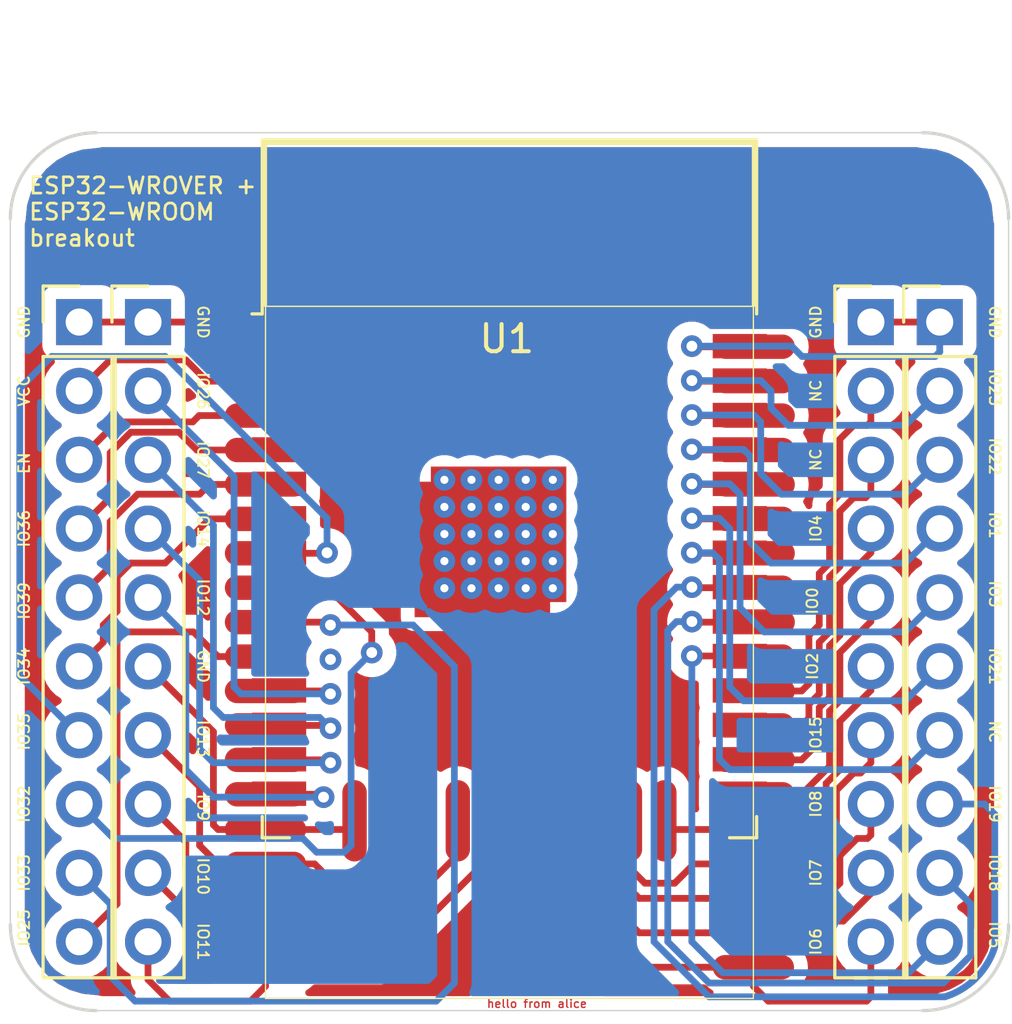
<source format=kicad_pcb>
(kicad_pcb (version 20171130) (host pcbnew 5.1.6)

  (general
    (thickness 1.6)
    (drawings 50)
    (tracks 358)
    (zones 0)
    (modules 6)
    (nets 1)
  )

  (page A4)
  (layers
    (0 F.Cu signal)
    (31 B.Cu signal)
    (32 B.Adhes user)
    (33 F.Adhes user)
    (34 B.Paste user)
    (35 F.Paste user)
    (36 B.SilkS user)
    (37 F.SilkS user)
    (38 B.Mask user)
    (39 F.Mask user)
    (40 Dwgs.User user)
    (41 Cmts.User user)
    (42 Eco1.User user)
    (43 Eco2.User user)
    (44 Edge.Cuts user)
    (45 Margin user)
    (46 B.CrtYd user)
    (47 F.CrtYd user)
    (48 B.Fab user)
    (49 F.Fab user hide)
  )

  (setup
    (last_trace_width 0.25)
    (trace_clearance 0.2)
    (zone_clearance 0.508)
    (zone_45_only no)
    (trace_min 0.2)
    (via_size 0.8)
    (via_drill 0.4)
    (via_min_size 0.4)
    (via_min_drill 0.3)
    (uvia_size 0.3)
    (uvia_drill 0.1)
    (uvias_allowed no)
    (uvia_min_size 0.2)
    (uvia_min_drill 0.1)
    (edge_width 0.05)
    (segment_width 0.2)
    (pcb_text_width 0.3)
    (pcb_text_size 1.5 1.5)
    (mod_edge_width 0.12)
    (mod_text_size 1 1)
    (mod_text_width 0.15)
    (pad_size 3 0.9)
    (pad_drill 0)
    (pad_to_mask_clearance 0.051)
    (solder_mask_min_width 0.25)
    (aux_axis_origin 0 0)
    (visible_elements 7FFFFFFF)
    (pcbplotparams
      (layerselection 0x010fc_ffffffff)
      (usegerberextensions true)
      (usegerberattributes false)
      (usegerberadvancedattributes false)
      (creategerberjobfile false)
      (excludeedgelayer true)
      (linewidth 0.100000)
      (plotframeref false)
      (viasonmask false)
      (mode 1)
      (useauxorigin false)
      (hpglpennumber 1)
      (hpglpenspeed 20)
      (hpglpendiameter 15.000000)
      (psnegative false)
      (psa4output false)
      (plotreference true)
      (plotvalue true)
      (plotinvisibletext false)
      (padsonsilk false)
      (subtractmaskfromsilk false)
      (outputformat 1)
      (mirror false)
      (drillshape 0)
      (scaleselection 1)
      (outputdirectory "E:/cad/kicad/breakouts/esp32-wrover-breakout/gerbers/"))
  )

  (net 0 "")

  (net_class Default "This is the default net class."
    (clearance 0.2)
    (trace_width 0.25)
    (via_dia 0.8)
    (via_drill 0.4)
    (uvia_dia 0.3)
    (uvia_drill 0.1)
  )

  (module "Alice's KiCad Footprints:ESP32-WROOM-32" (layer F.Cu) (tedit 5E17DF3D) (tstamp 5E17E59E)
    (at 138.43 80.264)
    (descr "Single 2.4 GHz Wi-Fi and Bluetooth combo chip https://www.espressif.com/sites/default/files/documentation/esp32-wroom-32_datasheet_en.pdf")
    (tags "Single 2.4 GHz Wi-Fi and Bluetooth combo  chip")
    (attr smd)
    (fp_text reference REF** (at -10.61 8.43 90) (layer F.SilkS) hide
      (effects (font (size 1 1) (thickness 0.15)))
    )
    (fp_text value ESP32-WROOM-32 (at 0 11.5) (layer F.Fab)
      (effects (font (size 1 1) (thickness 0.15)))
    )
    (fp_line (start -9.12 -9.445) (end -9.5 -9.445) (layer F.SilkS) (width 0.12))
    (fp_line (start -9.12 -15.865) (end -9.12 -9.445) (layer F.SilkS) (width 0.12))
    (fp_line (start 9.12 -15.865) (end 9.12 -9.445) (layer F.SilkS) (width 0.12))
    (fp_line (start -9.12 -15.865) (end 9.12 -15.865) (layer F.SilkS) (width 0.12))
    (fp_line (start 9.12 9.88) (end 8.12 9.88) (layer F.SilkS) (width 0.12))
    (fp_line (start 9.12 9.1) (end 9.12 9.88) (layer F.SilkS) (width 0.12))
    (fp_line (start -9.12 9.88) (end -8.12 9.88) (layer F.SilkS) (width 0.12))
    (fp_line (start -9.12 9.1) (end -9.12 9.88) (layer F.SilkS) (width 0.12))
    (fp_line (start 8.4 -20.6) (end 8.2 -20.4) (layer Cmts.User) (width 0.1))
    (fp_line (start 8.4 -16) (end 8.4 -20.6) (layer Cmts.User) (width 0.1))
    (fp_line (start 8.4 -20.6) (end 8.6 -20.4) (layer Cmts.User) (width 0.1))
    (fp_line (start 8.4 -16) (end 8.6 -16.2) (layer Cmts.User) (width 0.1))
    (fp_line (start 8.4 -16) (end 8.2 -16.2) (layer Cmts.User) (width 0.1))
    (fp_line (start -9.2 -13.875) (end -9.4 -14.075) (layer Cmts.User) (width 0.1))
    (fp_line (start -13.8 -13.875) (end -9.2 -13.875) (layer Cmts.User) (width 0.1))
    (fp_line (start -9.2 -13.875) (end -9.4 -13.675) (layer Cmts.User) (width 0.1))
    (fp_line (start -13.8 -13.875) (end -13.6 -13.675) (layer Cmts.User) (width 0.1))
    (fp_line (start -13.8 -13.875) (end -13.6 -14.075) (layer Cmts.User) (width 0.1))
    (fp_line (start 9.2 -13.875) (end 9.4 -13.675) (layer Cmts.User) (width 0.1))
    (fp_line (start 9.2 -13.875) (end 9.4 -14.075) (layer Cmts.User) (width 0.1))
    (fp_line (start 13.8 -13.875) (end 13.6 -13.675) (layer Cmts.User) (width 0.1))
    (fp_line (start 13.8 -13.875) (end 13.6 -14.075) (layer Cmts.User) (width 0.1))
    (fp_line (start 9.2 -13.875) (end 13.8 -13.875) (layer Cmts.User) (width 0.1))
    (fp_line (start 14 -11.585) (end 12 -9.97) (layer Dwgs.User) (width 0.1))
    (fp_line (start 14 -13.2) (end 10 -9.97) (layer Dwgs.User) (width 0.1))
    (fp_line (start 14 -14.815) (end 8 -9.97) (layer Dwgs.User) (width 0.1))
    (fp_line (start 14 -16.43) (end 6 -9.97) (layer Dwgs.User) (width 0.1))
    (fp_line (start 14 -18.045) (end 4 -9.97) (layer Dwgs.User) (width 0.1))
    (fp_line (start 14 -19.66) (end 2 -9.97) (layer Dwgs.User) (width 0.1))
    (fp_line (start 13.475 -20.75) (end 0 -9.97) (layer Dwgs.User) (width 0.1))
    (fp_line (start 11.475 -20.75) (end -2 -9.97) (layer Dwgs.User) (width 0.1))
    (fp_line (start 9.475 -20.75) (end -4 -9.97) (layer Dwgs.User) (width 0.1))
    (fp_line (start 7.475 -20.75) (end -6 -9.97) (layer Dwgs.User) (width 0.1))
    (fp_line (start -8 -9.97) (end 5.475 -20.75) (layer Dwgs.User) (width 0.1))
    (fp_line (start 3.475 -20.75) (end -10 -9.97) (layer Dwgs.User) (width 0.1))
    (fp_line (start 1.475 -20.75) (end -12 -9.97) (layer Dwgs.User) (width 0.1))
    (fp_line (start -0.525 -20.75) (end -14 -9.97) (layer Dwgs.User) (width 0.1))
    (fp_line (start -2.525 -20.75) (end -14 -11.585) (layer Dwgs.User) (width 0.1))
    (fp_line (start -4.525 -20.75) (end -14 -13.2) (layer Dwgs.User) (width 0.1))
    (fp_line (start -6.525 -20.75) (end -14 -14.815) (layer Dwgs.User) (width 0.1))
    (fp_line (start -8.525 -20.75) (end -14 -16.43) (layer Dwgs.User) (width 0.1))
    (fp_line (start -10.525 -20.75) (end -14 -18.045) (layer Dwgs.User) (width 0.1))
    (fp_line (start -12.525 -20.75) (end -14 -19.66) (layer Dwgs.User) (width 0.1))
    (fp_line (start 9.75 -9.72) (end 14.25 -9.72) (layer F.CrtYd) (width 0.05))
    (fp_line (start -14.25 -9.72) (end -9.75 -9.72) (layer F.CrtYd) (width 0.05))
    (fp_line (start 14.25 -21) (end 14.25 -9.72) (layer F.CrtYd) (width 0.05))
    (fp_line (start -14.25 -21) (end -14.25 -9.72) (layer F.CrtYd) (width 0.05))
    (fp_line (start 14 -20.75) (end -14 -20.75) (layer Dwgs.User) (width 0.1))
    (fp_line (start 14 -9.97) (end 14 -20.75) (layer Dwgs.User) (width 0.1))
    (fp_line (start 14 -9.97) (end -14 -9.97) (layer Dwgs.User) (width 0.1))
    (fp_line (start -9 -9.02) (end -8.5 -9.52) (layer F.Fab) (width 0.1))
    (fp_line (start -8.5 -9.52) (end -9 -10.02) (layer F.Fab) (width 0.1))
    (fp_line (start -9 -9.02) (end -9 9.76) (layer F.Fab) (width 0.1))
    (fp_line (start -14.25 -21) (end 14.25 -21) (layer F.CrtYd) (width 0.05))
    (fp_line (start 9.75 -9.72) (end 9.75 10.5) (layer F.CrtYd) (width 0.05))
    (fp_line (start -9.75 10.5) (end 9.75 10.5) (layer F.CrtYd) (width 0.05))
    (fp_line (start -9.75 10.5) (end -9.75 -9.72) (layer F.CrtYd) (width 0.05))
    (fp_line (start -9 -15.745) (end 9 -15.745) (layer F.Fab) (width 0.1))
    (fp_line (start -9 -15.745) (end -9 -10.02) (layer F.Fab) (width 0.1))
    (fp_line (start -9 9.76) (end 9 9.76) (layer F.Fab) (width 0.1))
    (fp_line (start 9 9.76) (end 9 -15.745) (layer F.Fab) (width 0.1))
    (fp_line (start -14 -9.97) (end -14 -20.75) (layer Dwgs.User) (width 0.1))
    (fp_text user "5 mm" (at 7.8 -19.075 90) (layer Cmts.User)
      (effects (font (size 0.5 0.5) (thickness 0.1)))
    )
    (fp_text user "5 mm" (at -11.2 -14.375) (layer Cmts.User)
      (effects (font (size 0.5 0.5) (thickness 0.1)))
    )
    (fp_text user "5 mm" (at 11.8 -14.375) (layer Cmts.User)
      (effects (font (size 0.5 0.5) (thickness 0.1)))
    )
    (fp_text user Antenna (at 0 -13) (layer Cmts.User)
      (effects (font (size 1 1) (thickness 0.15)))
    )
    (fp_text user "KEEP-OUT ZONE" (at 0 -19) (layer Cmts.User)
      (effects (font (size 1 1) (thickness 0.15)))
    )
    (fp_text user %R (at 0 0) (layer F.Fab)
      (effects (font (size 1 1) (thickness 0.15)))
    )
    (pad 38 smd rect (at 8.5 -8.255) (size 2 0.9) (layers F.Cu F.Paste F.Mask))
    (pad 37 smd rect (at 8.5 -6.985) (size 2 0.9) (layers F.Cu F.Paste F.Mask))
    (pad 36 smd rect (at 8.5 -5.715) (size 2 0.9) (layers F.Cu F.Paste F.Mask))
    (pad 35 smd rect (at 8.5 -4.445) (size 2 0.9) (layers F.Cu F.Paste F.Mask))
    (pad 34 smd rect (at 8.5 -3.175) (size 2 0.9) (layers F.Cu F.Paste F.Mask))
    (pad 33 smd rect (at 8.5 -1.905) (size 2 0.9) (layers F.Cu F.Paste F.Mask))
    (pad 32 smd rect (at 8.5 -0.635) (size 2 0.9) (layers F.Cu F.Paste F.Mask))
    (pad 31 smd rect (at 8.5 0.635) (size 2 0.9) (layers F.Cu F.Paste F.Mask))
    (pad 30 smd rect (at 8.5 1.905) (size 2 0.9) (layers F.Cu F.Paste F.Mask))
    (pad 29 smd rect (at 8.5 3.175) (size 2 0.9) (layers F.Cu F.Paste F.Mask))
    (pad 28 smd rect (at 8.5 4.445) (size 2 0.9) (layers F.Cu F.Paste F.Mask))
    (pad 27 smd rect (at 8.5 5.715) (size 2 0.9) (layers F.Cu F.Paste F.Mask))
    (pad 26 smd rect (at 8.5 6.985) (size 2 0.9) (layers F.Cu F.Paste F.Mask))
    (pad 25 smd rect (at 8.5 8.255) (size 2 0.9) (layers F.Cu F.Paste F.Mask))
    (pad 24 smd oval (at 5.715 9.255 90) (size 3 0.9) (layers F.Cu F.Paste F.Mask))
    (pad 23 smd oval (at 4.445 9.255 90) (size 3 0.9) (layers F.Cu F.Paste F.Mask))
    (pad 22 smd oval (at 3.175 9.255 90) (size 3 0.9) (layers F.Cu F.Paste F.Mask))
    (pad 21 smd oval (at 1.905 9.255 90) (size 3 0.9) (layers F.Cu F.Paste F.Mask))
    (pad 20 smd oval (at 0.635 9.255 90) (size 3 0.9) (layers F.Cu F.Paste F.Mask))
    (pad 19 smd oval (at -0.635 9.255 90) (size 3 0.9) (layers F.Cu F.Paste F.Mask))
    (pad 18 smd oval (at -1.905 9.255 90) (size 3 0.9) (layers F.Cu F.Paste F.Mask))
    (pad 17 smd oval (at -3.175 9.255 90) (size 3 0.9) (layers F.Cu F.Paste F.Mask))
    (pad 16 smd oval (at -4.445 9.255 90) (size 3 0.9) (layers F.Cu F.Paste F.Mask))
    (pad 15 smd oval (at -5.715 9.255 90) (size 3 0.9) (layers F.Cu F.Paste F.Mask))
    (pad 14 smd rect (at -8.5 8.255) (size 2 0.9) (layers F.Cu F.Paste F.Mask))
    (pad 13 smd rect (at -8.5 6.985) (size 2 0.9) (layers F.Cu F.Paste F.Mask))
    (pad 12 smd rect (at -8.5 5.715) (size 2 0.9) (layers F.Cu F.Paste F.Mask))
    (pad 11 smd rect (at -8.5 4.445) (size 2 0.9) (layers F.Cu F.Paste F.Mask))
    (pad 10 smd rect (at -8.5 3.175) (size 2 0.9) (layers F.Cu F.Paste F.Mask))
    (pad 9 smd rect (at -8.5 1.905) (size 2 0.9) (layers F.Cu F.Paste F.Mask))
    (pad 8 smd rect (at -8.5 0.635) (size 2 0.9) (layers F.Cu F.Paste F.Mask))
    (pad 7 smd rect (at -8.5 -0.635) (size 2 0.9) (layers F.Cu F.Paste F.Mask))
    (pad 6 smd rect (at -8.5 -1.905) (size 2 0.9) (layers F.Cu F.Paste F.Mask))
    (pad 5 smd rect (at -8.5 -3.175) (size 2 0.9) (layers F.Cu F.Paste F.Mask))
    (pad 4 smd rect (at -8.5 -4.445) (size 2 0.9) (layers F.Cu F.Paste F.Mask))
    (pad 3 smd rect (at -8.5 -5.715) (size 2 0.9) (layers F.Cu F.Paste F.Mask))
    (pad 2 smd rect (at -8.5 -6.985) (size 2 0.9) (layers F.Cu F.Paste F.Mask))
    (pad 1 smd rect (at -8.5 -8.255) (size 2 0.9) (layers F.Cu F.Paste F.Mask))
    (pad 39 smd rect (at -1 -0.755) (size 5 5) (layers F.Cu F.Paste F.Mask))
    (model ${KISYS3DMOD}/RF_Module.3dshapes/ESP32-WROOM-32.wrl
      (at (xyz 0 0 0))
      (scale (xyz 1 1 1))
      (rotate (xyz 0 0 0))
    )
  )

  (module Pin_Headers:Pin_Header_Straight_1x10_Pitch2.54mm (layer F.Cu) (tedit 5E17CEA0) (tstamp 5E17CF5F)
    (at 154.305 71.12)
    (descr "Through hole straight pin header, 1x10, 2.54mm pitch, single row")
    (tags "Through hole pin header THT 1x10 2.54mm single row")
    (fp_text reference REF** (at 0 -2.33) (layer F.SilkS) hide
      (effects (font (size 1 1) (thickness 0.15)))
    )
    (fp_text value Pin_Header_Straight_1x10_Pitch2.54mm (at 0 25.19) (layer F.Fab)
      (effects (font (size 1 1) (thickness 0.15)))
    )
    (fp_line (start -0.635 -1.27) (end 1.27 -1.27) (layer F.Fab) (width 0.1))
    (fp_line (start 1.27 -1.27) (end 1.27 24.13) (layer F.Fab) (width 0.1))
    (fp_line (start 1.27 24.13) (end -1.27 24.13) (layer F.Fab) (width 0.1))
    (fp_line (start -1.27 24.13) (end -1.27 -0.635) (layer F.Fab) (width 0.1))
    (fp_line (start -1.27 -0.635) (end -0.635 -1.27) (layer F.Fab) (width 0.1))
    (fp_line (start -1.33 24.19) (end 1.33 24.19) (layer F.SilkS) (width 0.12))
    (fp_line (start -1.33 1.27) (end -1.33 24.19) (layer F.SilkS) (width 0.12))
    (fp_line (start 1.33 1.27) (end 1.33 24.19) (layer F.SilkS) (width 0.12))
    (fp_line (start -1.33 1.27) (end 1.33 1.27) (layer F.SilkS) (width 0.12))
    (fp_line (start -1.33 0) (end -1.33 -1.33) (layer F.SilkS) (width 0.12))
    (fp_line (start -1.33 -1.33) (end 0 -1.33) (layer F.SilkS) (width 0.12))
    (fp_line (start -1.8 -1.8) (end -1.8 24.65) (layer F.CrtYd) (width 0.05))
    (fp_line (start -1.8 24.65) (end 1.8 24.65) (layer F.CrtYd) (width 0.05))
    (fp_line (start 1.8 24.65) (end 1.8 -1.8) (layer F.CrtYd) (width 0.05))
    (fp_line (start 1.8 -1.8) (end -1.8 -1.8) (layer F.CrtYd) (width 0.05))
    (fp_text user %R (at 0 11.43 90) (layer F.Fab)
      (effects (font (size 1 1) (thickness 0.15)))
    )
    (pad 38 thru_hole rect (at 0 0) (size 1.7 1.7) (drill 1) (layers *.Cu *.Mask))
    (pad 37 thru_hole oval (at 0 2.54) (size 1.7 1.7) (drill 1) (layers *.Cu *.Mask))
    (pad 36 thru_hole oval (at 0 5.08) (size 1.7 1.7) (drill 1) (layers *.Cu *.Mask))
    (pad 35 thru_hole oval (at 0 7.62) (size 1.7 1.7) (drill 1) (layers *.Cu *.Mask))
    (pad 34 thru_hole oval (at 0 10.16) (size 1.7 1.7) (drill 1) (layers *.Cu *.Mask))
    (pad 33 thru_hole oval (at 0 12.7) (size 1.7 1.7) (drill 1) (layers *.Cu *.Mask))
    (pad 32 thru_hole oval (at 0 15.24) (size 1.7 1.7) (drill 1) (layers *.Cu *.Mask))
    (pad 31 thru_hole oval (at 0 17.78) (size 1.7 1.7) (drill 1) (layers *.Cu *.Mask))
    (pad 30 thru_hole oval (at 0 20.32) (size 1.7 1.7) (drill 1) (layers *.Cu *.Mask))
    (pad 29 thru_hole oval (at 0 22.86) (size 1.7 1.7) (drill 1) (layers *.Cu *.Mask))
    (model ${KISYS3DMOD}/Pin_Headers.3dshapes/Pin_Header_Straight_1x10_Pitch2.54mm.wrl
      (at (xyz 0 0 0))
      (scale (xyz 1 1 1))
      (rotate (xyz 0 0 0))
    )
  )

  (module Pin_Headers:Pin_Header_Straight_1x10_Pitch2.54mm (layer F.Cu) (tedit 59650532) (tstamp 5E17CE3B)
    (at 122.555 71.12)
    (descr "Through hole straight pin header, 1x10, 2.54mm pitch, single row")
    (tags "Through hole pin header THT 1x10 2.54mm single row")
    (fp_text reference REF** (at 0 -2.33) (layer F.SilkS) hide
      (effects (font (size 1 1) (thickness 0.15)))
    )
    (fp_text value Pin_Header_Straight_1x10_Pitch2.54mm (at 0 25.19) (layer F.Fab)
      (effects (font (size 1 1) (thickness 0.15)))
    )
    (fp_line (start -0.635 -1.27) (end 1.27 -1.27) (layer F.Fab) (width 0.1))
    (fp_line (start 1.27 -1.27) (end 1.27 24.13) (layer F.Fab) (width 0.1))
    (fp_line (start 1.27 24.13) (end -1.27 24.13) (layer F.Fab) (width 0.1))
    (fp_line (start -1.27 24.13) (end -1.27 -0.635) (layer F.Fab) (width 0.1))
    (fp_line (start -1.27 -0.635) (end -0.635 -1.27) (layer F.Fab) (width 0.1))
    (fp_line (start -1.33 24.19) (end 1.33 24.19) (layer F.SilkS) (width 0.12))
    (fp_line (start -1.33 1.27) (end -1.33 24.19) (layer F.SilkS) (width 0.12))
    (fp_line (start 1.33 1.27) (end 1.33 24.19) (layer F.SilkS) (width 0.12))
    (fp_line (start -1.33 1.27) (end 1.33 1.27) (layer F.SilkS) (width 0.12))
    (fp_line (start -1.33 0) (end -1.33 -1.33) (layer F.SilkS) (width 0.12))
    (fp_line (start -1.33 -1.33) (end 0 -1.33) (layer F.SilkS) (width 0.12))
    (fp_line (start -1.8 -1.8) (end -1.8 24.65) (layer F.CrtYd) (width 0.05))
    (fp_line (start -1.8 24.65) (end 1.8 24.65) (layer F.CrtYd) (width 0.05))
    (fp_line (start 1.8 24.65) (end 1.8 -1.8) (layer F.CrtYd) (width 0.05))
    (fp_line (start 1.8 -1.8) (end -1.8 -1.8) (layer F.CrtYd) (width 0.05))
    (fp_text user %R (at 0 11.43 90) (layer F.Fab)
      (effects (font (size 1 1) (thickness 0.15)))
    )
    (pad 1 thru_hole rect (at 0 0) (size 1.7 1.7) (drill 1) (layers *.Cu *.Mask))
    (pad 2 thru_hole oval (at 0 2.54) (size 1.7 1.7) (drill 1) (layers *.Cu *.Mask))
    (pad 3 thru_hole oval (at 0 5.08) (size 1.7 1.7) (drill 1) (layers *.Cu *.Mask))
    (pad 4 thru_hole oval (at 0 7.62) (size 1.7 1.7) (drill 1) (layers *.Cu *.Mask))
    (pad 5 thru_hole oval (at 0 10.16) (size 1.7 1.7) (drill 1) (layers *.Cu *.Mask))
    (pad 6 thru_hole oval (at 0 12.7) (size 1.7 1.7) (drill 1) (layers *.Cu *.Mask))
    (pad 7 thru_hole oval (at 0 15.24) (size 1.7 1.7) (drill 1) (layers *.Cu *.Mask))
    (pad 8 thru_hole oval (at 0 17.78) (size 1.7 1.7) (drill 1) (layers *.Cu *.Mask))
    (pad 9 thru_hole oval (at 0 20.32) (size 1.7 1.7) (drill 1) (layers *.Cu *.Mask))
    (pad 10 thru_hole oval (at 0 22.86) (size 1.7 1.7) (drill 1) (layers *.Cu *.Mask))
    (model ${KISYS3DMOD}/Pin_Headers.3dshapes/Pin_Header_Straight_1x10_Pitch2.54mm.wrl
      (at (xyz 0 0 0))
      (scale (xyz 1 1 1))
      (rotate (xyz 0 0 0))
    )
  )

  (module Pin_Headers:Pin_Header_Straight_1x10_Pitch2.54mm (layer F.Cu) (tedit 5E17CE46) (tstamp 5E17CDE6)
    (at 151.765 71.12)
    (descr "Through hole straight pin header, 1x10, 2.54mm pitch, single row")
    (tags "Through hole pin header THT 1x10 2.54mm single row")
    (fp_text reference REF** (at 0 -2.33) (layer F.SilkS) hide
      (effects (font (size 1 1) (thickness 0.15)))
    )
    (fp_text value Pin_Header_Straight_1x10_Pitch2.54mm (at 0 25.19) (layer F.Fab)
      (effects (font (size 1 1) (thickness 0.15)))
    )
    (fp_line (start -0.635 -1.27) (end 1.27 -1.27) (layer F.Fab) (width 0.1))
    (fp_line (start 1.27 -1.27) (end 1.27 24.13) (layer F.Fab) (width 0.1))
    (fp_line (start 1.27 24.13) (end -1.27 24.13) (layer F.Fab) (width 0.1))
    (fp_line (start -1.27 24.13) (end -1.27 -0.635) (layer F.Fab) (width 0.1))
    (fp_line (start -1.27 -0.635) (end -0.635 -1.27) (layer F.Fab) (width 0.1))
    (fp_line (start -1.33 24.19) (end 1.33 24.19) (layer F.SilkS) (width 0.12))
    (fp_line (start -1.33 1.27) (end -1.33 24.19) (layer F.SilkS) (width 0.12))
    (fp_line (start 1.33 1.27) (end 1.33 24.19) (layer F.SilkS) (width 0.12))
    (fp_line (start -1.33 1.27) (end 1.33 1.27) (layer F.SilkS) (width 0.12))
    (fp_line (start -1.33 0) (end -1.33 -1.33) (layer F.SilkS) (width 0.12))
    (fp_line (start -1.33 -1.33) (end 0 -1.33) (layer F.SilkS) (width 0.12))
    (fp_line (start -1.8 -1.8) (end -1.8 24.65) (layer F.CrtYd) (width 0.05))
    (fp_line (start -1.8 24.65) (end 1.8 24.65) (layer F.CrtYd) (width 0.05))
    (fp_line (start 1.8 24.65) (end 1.8 -1.8) (layer F.CrtYd) (width 0.05))
    (fp_line (start 1.8 -1.8) (end -1.8 -1.8) (layer F.CrtYd) (width 0.05))
    (fp_text user %R (at 0 11.43 90) (layer F.Fab)
      (effects (font (size 1 1) (thickness 0.15)))
    )
    (pad 1 thru_hole rect (at 0 0) (size 1.7 1.7) (drill 1) (layers *.Cu *.Mask))
    (pad 28 thru_hole oval (at 0 2.54) (size 1.7 1.7) (drill 1) (layers *.Cu *.Mask))
    (pad 27 thru_hole oval (at 0 5.08) (size 1.7 1.7) (drill 1) (layers *.Cu *.Mask))
    (pad 26 thru_hole oval (at 0 7.62) (size 1.7 1.7) (drill 1) (layers *.Cu *.Mask))
    (pad 25 thru_hole oval (at 0 10.16) (size 1.7 1.7) (drill 1) (layers *.Cu *.Mask))
    (pad 24 thru_hole oval (at 0 12.7) (size 1.7 1.7) (drill 1) (layers *.Cu *.Mask))
    (pad 23 thru_hole oval (at 0 15.24) (size 1.7 1.7) (drill 1) (layers *.Cu *.Mask))
    (pad 22 thru_hole oval (at 0 17.78) (size 1.7 1.7) (drill 1) (layers *.Cu *.Mask))
    (pad 21 thru_hole oval (at 0 20.32) (size 1.7 1.7) (drill 1) (layers *.Cu *.Mask))
    (pad 20 thru_hole oval (at 0 22.86) (size 1.7 1.7) (drill 1) (layers *.Cu *.Mask))
    (model ${KISYS3DMOD}/Pin_Headers.3dshapes/Pin_Header_Straight_1x10_Pitch2.54mm.wrl
      (at (xyz 0 0 0))
      (scale (xyz 1 1 1))
      (rotate (xyz 0 0 0))
    )
  )

  (module Pin_Headers:Pin_Header_Straight_1x10_Pitch2.54mm (layer F.Cu) (tedit 5E17C96A) (tstamp 5E17CD91)
    (at 125.095 71.12)
    (descr "Through hole straight pin header, 1x10, 2.54mm pitch, single row")
    (tags "Through hole pin header THT 1x10 2.54mm single row")
    (fp_text reference REF** (at 0 -2.33) (layer F.SilkS) hide
      (effects (font (size 1 1) (thickness 0.15)))
    )
    (fp_text value Pin_Header_Straight_1x10_Pitch2.54mm (at 0 25.19) (layer F.Fab)
      (effects (font (size 1 1) (thickness 0.15)))
    )
    (fp_line (start -0.635 -1.27) (end 1.27 -1.27) (layer F.Fab) (width 0.1))
    (fp_line (start 1.27 -1.27) (end 1.27 24.13) (layer F.Fab) (width 0.1))
    (fp_line (start 1.27 24.13) (end -1.27 24.13) (layer F.Fab) (width 0.1))
    (fp_line (start -1.27 24.13) (end -1.27 -0.635) (layer F.Fab) (width 0.1))
    (fp_line (start -1.27 -0.635) (end -0.635 -1.27) (layer F.Fab) (width 0.1))
    (fp_line (start -1.33 24.19) (end 1.33 24.19) (layer F.SilkS) (width 0.12))
    (fp_line (start -1.33 1.27) (end -1.33 24.19) (layer F.SilkS) (width 0.12))
    (fp_line (start 1.33 1.27) (end 1.33 24.19) (layer F.SilkS) (width 0.12))
    (fp_line (start -1.33 1.27) (end 1.33 1.27) (layer F.SilkS) (width 0.12))
    (fp_line (start -1.33 0) (end -1.33 -1.33) (layer F.SilkS) (width 0.12))
    (fp_line (start -1.33 -1.33) (end 0 -1.33) (layer F.SilkS) (width 0.12))
    (fp_line (start -1.8 -1.8) (end -1.8 24.65) (layer F.CrtYd) (width 0.05))
    (fp_line (start -1.8 24.65) (end 1.8 24.65) (layer F.CrtYd) (width 0.05))
    (fp_line (start 1.8 24.65) (end 1.8 -1.8) (layer F.CrtYd) (width 0.05))
    (fp_line (start 1.8 -1.8) (end -1.8 -1.8) (layer F.CrtYd) (width 0.05))
    (fp_text user %R (at 0 11.43 90) (layer F.Fab)
      (effects (font (size 1 1) (thickness 0.15)))
    )
    (pad 1 thru_hole rect (at 0 0) (size 1.7 1.7) (drill 1) (layers *.Cu *.Mask))
    (pad 11 thru_hole oval (at 0 2.54) (size 1.7 1.7) (drill 1) (layers *.Cu *.Mask))
    (pad 12 thru_hole oval (at 0 5.08) (size 1.7 1.7) (drill 1) (layers *.Cu *.Mask))
    (pad 13 thru_hole oval (at 0 7.62) (size 1.7 1.7) (drill 1) (layers *.Cu *.Mask))
    (pad 14 thru_hole oval (at 0 10.16) (size 1.7 1.7) (drill 1) (layers *.Cu *.Mask))
    (pad 15 thru_hole oval (at 0 12.7) (size 1.7 1.7) (drill 1) (layers *.Cu *.Mask))
    (pad 16 thru_hole oval (at 0 15.24) (size 1.7 1.7) (drill 1) (layers *.Cu *.Mask))
    (pad 17 thru_hole oval (at 0 17.78) (size 1.7 1.7) (drill 1) (layers *.Cu *.Mask))
    (pad 18 thru_hole oval (at 0 20.32) (size 1.7 1.7) (drill 1) (layers *.Cu *.Mask))
    (pad 19 thru_hole oval (at 0 22.86) (size 1.7 1.7) (drill 1) (layers *.Cu *.Mask))
    (model ${KISYS3DMOD}/Pin_Headers.3dshapes/Pin_Header_Straight_1x10_Pitch2.54mm.wrl
      (at (xyz 0 0 0))
      (scale (xyz 1 1 1))
      (rotate (xyz 0 0 0))
    )
  )

  (module "Alice's KiCad Footprints:ESP32-WROVER" (layer F.Cu) (tedit 5B6C7719) (tstamp 5E17C8DA)
    (at 138.43 71.12)
    (attr smd)
    (fp_text reference U1 (at -0.1 0.62) (layer F.SilkS)
      (effects (font (size 1 1) (thickness 0.15)))
    )
    (fp_text value ESP32-WROVER (at 0.1 2.92) (layer F.Fab) hide
      (effects (font (size 1 1) (thickness 0.15)))
    )
    (fp_line (start 9 24.95) (end -9 24.95) (layer F.SilkS) (width 0.05))
    (fp_line (start 9 -0.58) (end 9 24.95) (layer F.SilkS) (width 0.05))
    (fp_line (start -9 -0.58) (end 9 -0.58) (layer F.SilkS) (width 0.05))
    (fp_line (start -9 24.95) (end -9 -0.58) (layer F.SilkS) (width 0.05))
    (fp_line (start -9.017 -0.635) (end -9.017 -6.604) (layer F.SilkS) (width 0.15))
    (fp_line (start 9.017 -0.635) (end 9.017 -6.604) (layer F.SilkS) (width 0.15))
    (fp_line (start 9.017 -6.604) (end -9.017 -6.604) (layer F.SilkS) (width 0.15))
    (pad 39 thru_hole circle (at -2.4 5.82) (size 0.8 0.8) (drill 0.3) (layers *.Cu *.Mask))
    (pad 39 smd rect (at -0.4 7.83) (size 5 5) (layers F.Cu F.Paste F.Mask))
    (pad 1 smd oval (at -9 0.91) (size 3 0.9) (layers F.Cu F.Paste F.Mask))
    (pad 2 smd oval (at -9 2.18) (size 3 0.9) (layers F.Cu F.Paste F.Mask))
    (pad 3 smd oval (at -9 3.45) (size 3 0.9) (layers F.Cu F.Paste F.Mask))
    (pad 4 smd oval (at -9 4.72) (size 3 0.9) (layers F.Cu F.Paste F.Mask))
    (pad 5 smd oval (at -9 5.99) (size 3 0.9) (layers F.Cu F.Paste F.Mask))
    (pad 6 smd oval (at -9 7.26) (size 3 0.9) (layers F.Cu F.Paste F.Mask))
    (pad 7 smd oval (at -9 8.53) (size 3 0.9) (layers F.Cu F.Paste F.Mask))
    (pad 8 smd oval (at -9 9.8) (size 3 0.9) (layers F.Cu F.Paste F.Mask))
    (pad 9 smd oval (at -9 11.07) (size 3 0.9) (layers F.Cu F.Paste F.Mask))
    (pad 10 smd oval (at -9 12.34) (size 3 0.9) (layers F.Cu F.Paste F.Mask))
    (pad 11 smd oval (at -9 13.61) (size 3 0.9) (layers F.Cu F.Paste F.Mask))
    (pad 12 smd oval (at -9 14.88) (size 3 0.9) (layers F.Cu F.Paste F.Mask))
    (pad 13 smd oval (at -9 16.15) (size 3 0.9) (layers F.Cu F.Paste F.Mask))
    (pad 14 smd oval (at -9 17.42) (size 3 0.9) (layers F.Cu F.Paste F.Mask))
    (pad 15 smd oval (at -9 18.72) (size 3 0.9) (layers F.Cu F.Paste F.Mask))
    (pad 16 smd oval (at -9 19.99) (size 3 0.9) (layers F.Cu F.Paste F.Mask))
    (pad 17 smd oval (at -9 21.26) (size 3 0.9) (layers F.Cu F.Paste F.Mask))
    (pad 18 smd oval (at -9 22.53) (size 3 0.9) (layers F.Cu F.Paste F.Mask))
    (pad 19 smd oval (at -9 23.8) (size 3 0.9) (layers F.Cu F.Paste F.Mask))
    (pad 20 smd oval (at 9 23.8) (size 3 0.9) (layers F.Cu F.Paste F.Mask))
    (pad 21 smd oval (at 9 22.53) (size 3 0.9) (layers F.Cu F.Paste F.Mask))
    (pad 22 smd oval (at 9 21.26) (size 3 0.9) (layers F.Cu F.Paste F.Mask))
    (pad 23 smd oval (at 9 19.99) (size 3 0.9) (layers F.Cu F.Paste F.Mask))
    (pad 24 smd oval (at 9 18.72) (size 3 0.9) (layers F.Cu F.Paste F.Mask))
    (pad 25 smd oval (at 9.03 17.42) (size 3 0.9) (layers F.Cu F.Paste F.Mask))
    (pad 26 smd oval (at 9.03 16.15) (size 3 0.9) (layers F.Cu F.Paste F.Mask))
    (pad 27 smd oval (at 9.03 14.88) (size 3 0.9) (layers F.Cu F.Paste F.Mask))
    (pad 28 smd oval (at 9.03 13.61) (size 3 0.9) (layers F.Cu F.Paste F.Mask))
    (pad 29 smd oval (at 9.03 12.34) (size 3 0.9) (layers F.Cu F.Paste F.Mask))
    (pad 30 smd oval (at 9.03 11.07) (size 3 0.9) (layers F.Cu F.Paste F.Mask))
    (pad 31 smd oval (at 9.03 9.8) (size 3 0.9) (layers F.Cu F.Paste F.Mask))
    (pad 32 smd oval (at 9.03 8.53) (size 3 0.9) (layers F.Cu F.Paste F.Mask))
    (pad 33 smd oval (at 9.03 7.26) (size 3 0.9) (layers F.Cu F.Paste F.Mask))
    (pad 34 smd oval (at 9.03 5.99) (size 3 0.9) (layers F.Cu F.Paste F.Mask))
    (pad 35 smd oval (at 9.03 4.72) (size 3 0.9) (layers F.Cu F.Paste F.Mask))
    (pad 36 smd oval (at 9.03 3.45) (size 3 0.9) (layers F.Cu F.Paste F.Mask))
    (pad 37 smd oval (at 9.03 2.18) (size 3 0.9) (layers F.Cu F.Paste F.Mask))
    (pad 38 smd oval (at 9.03 0.91) (size 3 0.9) (layers F.Cu F.Paste F.Mask))
    (pad 39 thru_hole circle (at -2.4 6.82) (size 0.8 0.8) (drill 0.3) (layers *.Cu *.Mask))
    (pad 39 thru_hole circle (at -2.4 7.82) (size 0.8 0.8) (drill 0.3) (layers *.Cu *.Mask))
    (pad 39 thru_hole circle (at -2.4 8.82) (size 0.8 0.8) (drill 0.3) (layers *.Cu *.Mask))
    (pad 39 thru_hole circle (at -2.4 9.82) (size 0.8 0.8) (drill 0.3) (layers *.Cu *.Mask))
    (pad 39 thru_hole circle (at -1.4 9.82) (size 0.8 0.8) (drill 0.3) (layers *.Cu *.Mask))
    (pad 39 thru_hole circle (at -1.4 8.82) (size 0.8 0.8) (drill 0.3) (layers *.Cu *.Mask))
    (pad 39 thru_hole circle (at -1.4 7.82) (size 0.8 0.8) (drill 0.3) (layers *.Cu *.Mask))
    (pad 39 thru_hole circle (at -1.4 6.82) (size 0.8 0.8) (drill 0.3) (layers *.Cu *.Mask))
    (pad 39 thru_hole circle (at -1.4 5.82) (size 0.8 0.8) (drill 0.3) (layers *.Cu *.Mask))
    (pad 39 thru_hole circle (at 0.6 5.82) (size 0.8 0.8) (drill 0.3) (layers *.Cu *.Mask))
    (pad 39 thru_hole circle (at 0.6 6.82) (size 0.8 0.8) (drill 0.3) (layers *.Cu *.Mask))
    (pad 39 thru_hole circle (at 0.6 7.82) (size 0.8 0.8) (drill 0.3) (layers *.Cu *.Mask))
    (pad 39 thru_hole circle (at 0.6 8.82) (size 0.8 0.8) (drill 0.3) (layers *.Cu *.Mask))
    (pad 39 thru_hole circle (at 0.6 9.82) (size 0.8 0.8) (drill 0.3) (layers *.Cu *.Mask))
    (pad 39 thru_hole circle (at -0.4 9.82) (size 0.8 0.8) (drill 0.3) (layers *.Cu *.Mask))
    (pad 39 thru_hole circle (at -0.4 8.82) (size 0.8 0.8) (drill 0.3) (layers *.Cu *.Mask))
    (pad 39 thru_hole circle (at -0.4 7.82) (size 0.8 0.8) (drill 0.3) (layers *.Cu *.Mask))
    (pad 39 thru_hole circle (at -0.4 6.82) (size 0.8 0.8) (drill 0.3) (layers *.Cu *.Mask))
    (pad 39 thru_hole circle (at -0.4 5.82) (size 0.8 0.8) (drill 0.3) (layers *.Cu *.Mask))
    (pad 39 thru_hole circle (at 1.6 9.82) (size 0.8 0.8) (drill 0.3) (layers *.Cu *.Mask))
    (pad 39 thru_hole circle (at 1.6 8.82) (size 0.8 0.8) (drill 0.3) (layers *.Cu *.Mask))
    (pad 39 thru_hole circle (at 1.6 7.82) (size 0.8 0.8) (drill 0.3) (layers *.Cu *.Mask))
    (pad 39 thru_hole circle (at 1.6 6.82) (size 0.8 0.8) (drill 0.3) (layers *.Cu *.Mask))
    (pad 39 thru_hole circle (at 1.6 5.82) (size 0.8 0.8) (drill 0.3) (layers *.Cu *.Mask))
    (model ${KIWALTER3DMOD}/nrf51822-04_module.x3d
      (offset (xyz 11.00000323479652 29.99999034944534 0))
      (scale (xyz 2 2.8 1))
      (rotate (xyz 0 0 0))
    )
  )

  (gr_text GND (at 149.733 71.12 90) (layer F.SilkS) (tstamp 5E17DEF5)
    (effects (font (size 0.4 0.4) (thickness 0.07)))
  )
  (gr_text NC (at 149.733 73.66 90) (layer F.SilkS) (tstamp 5E17DEF2)
    (effects (font (size 0.4 0.4) (thickness 0.07)))
  )
  (gr_text NC (at 149.733 76.2 90) (layer F.SilkS) (tstamp 5E17DEEF)
    (effects (font (size 0.4 0.4) (thickness 0.07)))
  )
  (gr_text IO4 (at 149.733 78.74 90) (layer F.SilkS) (tstamp 5E17DEEC)
    (effects (font (size 0.4 0.4) (thickness 0.07)))
  )
  (gr_text IO0 (at 149.606 81.407 90) (layer F.SilkS) (tstamp 5E17DEE9)
    (effects (font (size 0.4 0.4) (thickness 0.07)))
  )
  (gr_text IO2 (at 149.606 83.82 90) (layer F.SilkS) (tstamp 5E17DEE6)
    (effects (font (size 0.4 0.4) (thickness 0.07)))
  )
  (gr_text IO15 (at 149.733 86.36 90) (layer F.SilkS) (tstamp 5E17DEE3)
    (effects (font (size 0.4 0.4) (thickness 0.07)))
  )
  (gr_text IO8 (at 149.733 88.9 90) (layer F.SilkS) (tstamp 5E17DEE0)
    (effects (font (size 0.4 0.4) (thickness 0.07)))
  )
  (gr_text IO7 (at 149.733 91.44 90) (layer F.SilkS) (tstamp 5E17DEDD)
    (effects (font (size 0.4 0.4) (thickness 0.07)))
  )
  (gr_text IO6 (at 149.733 93.98 90) (layer F.SilkS) (tstamp 5E17DED8)
    (effects (font (size 0.4 0.4) (thickness 0.07)))
  )
  (gr_text IO5 (at 156.337 93.726 270) (layer F.SilkS) (tstamp 5E17DED5)
    (effects (font (size 0.4 0.4) (thickness 0.07)))
  )
  (gr_text IO18 (at 156.337 91.44 270) (layer F.SilkS) (tstamp 5E17DED2)
    (effects (font (size 0.4 0.4) (thickness 0.07)))
  )
  (gr_text IO19 (at 156.337 88.9 270) (layer F.SilkS) (tstamp 5E17DECF)
    (effects (font (size 0.4 0.4) (thickness 0.07)))
  )
  (gr_text NC (at 156.337 86.233 270) (layer F.SilkS) (tstamp 5E17DECC)
    (effects (font (size 0.4 0.4) (thickness 0.07)))
  )
  (gr_text IO21 (at 156.337 83.82 270) (layer F.SilkS) (tstamp 5E17DEC9)
    (effects (font (size 0.4 0.4) (thickness 0.07)))
  )
  (gr_text IO3 (at 156.337 81.153 270) (layer F.SilkS) (tstamp 5E17DEC6)
    (effects (font (size 0.4 0.4) (thickness 0.07)))
  )
  (gr_text IO1 (at 156.337 78.613 270) (layer F.SilkS) (tstamp 5E17DEC3)
    (effects (font (size 0.4 0.4) (thickness 0.07)))
  )
  (gr_text IO22 (at 156.337 76.073 270) (layer F.SilkS) (tstamp 5E17DEC0)
    (effects (font (size 0.4 0.4) (thickness 0.07)))
  )
  (gr_text IO23 (at 156.337 73.533 270) (layer F.SilkS) (tstamp 5E17DEBB)
    (effects (font (size 0.4 0.4) (thickness 0.07)))
  )
  (gr_text GND (at 156.337 71.12 270) (layer F.SilkS) (tstamp 5E17DEB9)
    (effects (font (size 0.4 0.4) (thickness 0.07)))
  )
  (gr_text GND (at 127.127 71.12 270) (layer F.SilkS) (tstamp 5E17DD50)
    (effects (font (size 0.4 0.4) (thickness 0.07)))
  )
  (gr_text IO26 (at 127.127 73.66 270) (layer F.SilkS) (tstamp 5E17DD4D)
    (effects (font (size 0.4 0.4) (thickness 0.07)))
  )
  (gr_text IO27 (at 127.127 76.2 270) (layer F.SilkS) (tstamp 5E17DD48)
    (effects (font (size 0.4 0.4) (thickness 0.07)))
  )
  (gr_text IO14 (at 127.127 78.74 270) (layer F.SilkS) (tstamp 5E17DD45)
    (effects (font (size 0.4 0.4) (thickness 0.07)))
  )
  (gr_text IO12 (at 127.127 81.28 270) (layer F.SilkS) (tstamp 5E17DD42)
    (effects (font (size 0.4 0.4) (thickness 0.07)))
  )
  (gr_text GND (at 127.127 83.82 270) (layer F.SilkS) (tstamp 5E17DD3E)
    (effects (font (size 0.4 0.4) (thickness 0.07)))
  )
  (gr_text IO13 (at 127.127 86.487 270) (layer F.SilkS) (tstamp 5E17DD3B)
    (effects (font (size 0.4 0.4) (thickness 0.07)))
  )
  (gr_text IO9 (at 127.127 89.027 270) (layer F.SilkS) (tstamp 5E17DD38)
    (effects (font (size 0.4 0.4) (thickness 0.07)))
  )
  (gr_text IO10 (at 127.127 91.567 270) (layer F.SilkS) (tstamp 5E17DD35)
    (effects (font (size 0.4 0.4) (thickness 0.07)))
  )
  (gr_text IO11 (at 127.127 93.98 270) (layer F.SilkS) (tstamp 5E17DD30)
    (effects (font (size 0.4 0.4) (thickness 0.07)))
  )
  (gr_text IO25 (at 120.523 93.472 90) (layer F.SilkS) (tstamp 5E17DD2D)
    (effects (font (size 0.4 0.4) (thickness 0.07)))
  )
  (gr_text IO33 (at 120.523 91.44 90) (layer F.SilkS) (tstamp 5E17DD29)
    (effects (font (size 0.4 0.4) (thickness 0.07)))
  )
  (gr_text IO32 (at 120.523 88.9 90) (layer F.SilkS) (tstamp 5E17DD26)
    (effects (font (size 0.4 0.4) (thickness 0.07)))
  )
  (gr_text IO35 (at 120.523 86.233 90) (layer F.SilkS) (tstamp 5E17DD22)
    (effects (font (size 0.4 0.4) (thickness 0.07)))
  )
  (gr_text IO34 (at 120.523 83.82 90) (layer F.SilkS) (tstamp 5E17DBAB)
    (effects (font (size 0.4 0.4) (thickness 0.07)))
  )
  (gr_text IO39 (at 120.523 81.407 90) (layer F.SilkS) (tstamp 5E17DBA8)
    (effects (font (size 0.4 0.4) (thickness 0.07)))
  )
  (gr_text IO36 (at 120.523 78.74 90) (layer F.SilkS) (tstamp 5E17DBA5)
    (effects (font (size 0.4 0.4) (thickness 0.07)))
  )
  (gr_text EN (at 120.523 76.327 90) (layer F.SilkS) (tstamp 5E17DBA2)
    (effects (font (size 0.4 0.4) (thickness 0.07)))
  )
  (gr_text VCC (at 120.523 73.66 90) (layer F.SilkS) (tstamp 5E17DB9F)
    (effects (font (size 0.4 0.4) (thickness 0.07)))
  )
  (gr_text GND (at 120.523 71.12 90) (layer F.SilkS)
    (effects (font (size 0.4 0.4) (thickness 0.07)))
  )
  (gr_text "hello from alice" (at 139.446 96.266) (layer F.Cu)
    (effects (font (size 0.3 0.3) (thickness 0.05)))
  )
  (gr_text "ESP32-WROVER +\nESP32-WROOM\nbreakout" (at 120.65 67.056) (layer F.SilkS)
    (effects (font (size 0.6 0.6) (thickness 0.1)) (justify left))
  )
  (gr_line (start 123.19 96.52) (end 153.67 96.52) (layer Edge.Cuts) (width 0.05) (tstamp 5E17D2CA))
  (gr_line (start 120.015 67.31) (end 120.015 93.345) (layer Edge.Cuts) (width 0.05) (tstamp 5E17D2C9))
  (gr_line (start 153.67 64.135) (end 123.19 64.135) (layer Edge.Cuts) (width 0.05) (tstamp 5E17D2C8))
  (gr_line (start 156.845 93.345) (end 156.845 67.31) (layer Edge.Cuts) (width 0.05) (tstamp 5E17D2C1))
  (gr_arc (start 123.19 93.345) (end 120.015 93.345) (angle -90) (layer Edge.Cuts) (width 0.12) (tstamp 5E17CFA8))
  (gr_arc (start 123.19 67.31) (end 123.19 64.135) (angle -90) (layer Edge.Cuts) (width 0.12) (tstamp 5E17CFA5))
  (gr_arc (start 153.67 67.31) (end 156.845 67.31) (angle -90) (layer Edge.Cuts) (width 0.12) (tstamp 5E17CFA2))
  (gr_arc (start 153.67 93.345) (end 153.67 96.52) (angle -90) (layer Edge.Cuts) (width 0.12))

  (segment (start 129.43 95.62) (end 129.43 94.92) (width 0.25) (layer F.Cu) (net 0))
  (segment (start 128.88001 96.16999) (end 129.43 95.62) (width 0.25) (layer F.Cu) (net 0))
  (segment (start 125.88799 96.16999) (end 128.88001 96.16999) (width 0.25) (layer F.Cu) (net 0))
  (segment (start 125.095 95.377) (end 125.88799 96.16999) (width 0.25) (layer F.Cu) (net 0))
  (segment (start 125.095 93.98) (end 125.095 95.377) (width 0.25) (layer F.Cu) (net 0))
  (segment (start 127.305 93.65) (end 125.095 91.44) (width 0.25) (layer F.Cu) (net 0))
  (segment (start 129.43 93.65) (end 127.305 93.65) (width 0.25) (layer F.Cu) (net 0))
  (segment (start 127.68 92.38) (end 126.492 91.192) (width 0.25) (layer F.Cu) (net 0))
  (segment (start 129.43 92.38) (end 127.68 92.38) (width 0.25) (layer F.Cu) (net 0))
  (segment (start 126.492 90.297) (end 125.095 88.9) (width 0.25) (layer F.Cu) (net 0))
  (segment (start 126.492 91.192) (end 126.492 90.297) (width 0.25) (layer F.Cu) (net 0))
  (segment (start 127.68 91.11) (end 127 90.43) (width 0.25) (layer F.Cu) (net 0))
  (segment (start 129.43 91.11) (end 127.68 91.11) (width 0.25) (layer F.Cu) (net 0))
  (segment (start 127 88.265) (end 127 88.392) (width 0.25) (layer F.Cu) (net 0))
  (segment (start 125.095 86.36) (end 127 88.265) (width 0.25) (layer F.Cu) (net 0))
  (segment (start 127 90.43) (end 127 88.392) (width 0.25) (layer F.Cu) (net 0))
  (segment (start 127.508 86.233) (end 125.095 83.82) (width 0.25) (layer F.Cu) (net 0))
  (segment (start 127.508 89.668) (end 127.508 86.233) (width 0.25) (layer F.Cu) (net 0))
  (segment (start 129.43 89.84) (end 127.68 89.84) (width 0.25) (layer F.Cu) (net 0))
  (segment (start 127.68 89.84) (end 127.508 89.668) (width 0.25) (layer F.Cu) (net 0))
  (via (at 131.572 88.646) (size 0.8) (drill 0.4) (layers F.Cu B.Cu) (net 0))
  (via (at 131.826 87.376) (size 0.8) (drill 0.4) (layers F.Cu B.Cu) (net 0))
  (via (at 131.826 86.106) (size 0.8) (drill 0.4) (layers F.Cu B.Cu) (net 0))
  (via (at 131.826 84.836) (size 0.8) (drill 0.4) (layers F.Cu B.Cu) (net 0))
  (segment (start 129.43 88.54) (end 131.72 88.54) (width 0.25) (layer F.Cu) (net 0))
  (segment (start 131.72 87.27) (end 131.826 87.376) (width 0.25) (layer F.Cu) (net 0))
  (segment (start 129.43 87.27) (end 131.72 87.27) (width 0.25) (layer F.Cu) (net 0))
  (segment (start 131.72 86) (end 131.826 86.106) (width 0.25) (layer F.Cu) (net 0))
  (segment (start 129.43 86) (end 131.72 86) (width 0.25) (layer F.Cu) (net 0))
  (segment (start 131.72 84.73) (end 131.826 84.836) (width 0.25) (layer F.Cu) (net 0))
  (segment (start 129.43 84.73) (end 131.72 84.73) (width 0.25) (layer F.Cu) (net 0))
  (segment (start 131.826 88.646) (end 127.508 88.646) (width 0.25) (layer B.Cu) (net 0))
  (segment (start 127.508 88.646) (end 126.492 87.63) (width 0.25) (layer B.Cu) (net 0))
  (segment (start 126.492 82.677) (end 125.095 81.28) (width 0.25) (layer B.Cu) (net 0))
  (segment (start 126.492 87.63) (end 126.492 82.677) (width 0.25) (layer B.Cu) (net 0))
  (segment (start 131.826 87.376) (end 127.508 87.376) (width 0.25) (layer B.Cu) (net 0))
  (segment (start 127.508 87.376) (end 127 86.868) (width 0.25) (layer B.Cu) (net 0))
  (segment (start 127 80.645) (end 125.095 78.74) (width 0.25) (layer B.Cu) (net 0))
  (segment (start 127 86.868) (end 127 80.645) (width 0.25) (layer B.Cu) (net 0))
  (segment (start 131.426001 85.706001) (end 127.870001 85.706001) (width 0.25) (layer B.Cu) (net 0))
  (segment (start 131.826 86.106) (end 131.426001 85.706001) (width 0.25) (layer B.Cu) (net 0))
  (segment (start 127.870001 85.706001) (end 127.508 85.344) (width 0.25) (layer B.Cu) (net 0))
  (segment (start 127.508 78.613) (end 125.095 76.2) (width 0.25) (layer B.Cu) (net 0))
  (segment (start 127.508 85.344) (end 127.508 78.613) (width 0.25) (layer B.Cu) (net 0))
  (segment (start 131.826 84.836) (end 128.524 84.836) (width 0.25) (layer B.Cu) (net 0))
  (segment (start 128.524 84.836) (end 128.27 84.582) (width 0.25) (layer B.Cu) (net 0))
  (segment (start 128.27 76.835) (end 125.095 73.66) (width 0.25) (layer B.Cu) (net 0))
  (segment (start 128.27 84.582) (end 128.27 76.835) (width 0.25) (layer B.Cu) (net 0))
  (segment (start 127.68 83.46) (end 126.77 82.55) (width 0.25) (layer F.Cu) (net 0))
  (segment (start 129.43 83.46) (end 127.68 83.46) (width 0.25) (layer F.Cu) (net 0))
  (segment (start 126.77 82.55) (end 124.206 82.55) (width 0.25) (layer F.Cu) (net 0))
  (segment (start 124.206 82.55) (end 123.952 82.804) (width 0.25) (layer F.Cu) (net 0))
  (segment (start 123.952 92.583) (end 122.555 93.98) (width 0.25) (layer F.Cu) (net 0))
  (segment (start 123.952 82.804) (end 123.952 92.583) (width 0.25) (layer F.Cu) (net 0))
  (via (at 131.826 82.296) (size 0.8) (drill 0.4) (layers F.Cu B.Cu) (net 0))
  (via (at 131.826 83.566) (size 0.8) (drill 0.4) (layers F.Cu B.Cu) (net 0))
  (segment (start 134.874 82.296) (end 131.826 82.296) (width 0.25) (layer B.Cu) (net 0))
  (segment (start 135.73201 96.16999) (end 136.398 95.504) (width 0.25) (layer B.Cu) (net 0))
  (segment (start 136.398 95.504) (end 136.398 83.82) (width 0.25) (layer B.Cu) (net 0))
  (segment (start 136.398 83.82) (end 134.874 82.296) (width 0.25) (layer B.Cu) (net 0))
  (segment (start 131.72 82.19) (end 131.826 82.296) (width 0.25) (layer F.Cu) (net 0))
  (segment (start 129.43 82.19) (end 131.72 82.19) (width 0.25) (layer F.Cu) (net 0))
  (segment (start 122.555 91.44) (end 123.698 92.583) (width 0.25) (layer B.Cu) (net 0))
  (segment (start 123.698 95.25) (end 124.61799 96.16999) (width 0.25) (layer B.Cu) (net 0))
  (segment (start 123.698 92.583) (end 123.698 95.25) (width 0.25) (layer B.Cu) (net 0))
  (segment (start 124.61799 96.16999) (end 135.73201 96.16999) (width 0.25) (layer B.Cu) (net 0))
  (via (at 133.35 83.312) (size 0.8) (drill 0.4) (layers F.Cu B.Cu) (net 0))
  (segment (start 131.72 80.92) (end 129.43 80.92) (width 0.25) (layer F.Cu) (net 0))
  (segment (start 133.35 83.312) (end 133.35 82.55) (width 0.25) (layer F.Cu) (net 0))
  (segment (start 133.35 82.55) (end 131.72 80.92) (width 0.25) (layer F.Cu) (net 0))
  (segment (start 123.825 90.17) (end 122.555 88.9) (width 0.25) (layer B.Cu) (net 0))
  (segment (start 132.588 84.074) (end 132.588 90.424) (width 0.25) (layer B.Cu) (net 0))
  (segment (start 133.35 83.312) (end 132.588 84.074) (width 0.25) (layer B.Cu) (net 0))
  (segment (start 132.588 90.424) (end 132.334 90.678) (width 0.25) (layer B.Cu) (net 0))
  (segment (start 132.334 90.678) (end 131.318 90.678) (width 0.25) (layer B.Cu) (net 0))
  (segment (start 131.318 90.678) (end 130.81 90.17) (width 0.25) (layer B.Cu) (net 0))
  (segment (start 130.81 90.17) (end 123.825 90.17) (width 0.25) (layer B.Cu) (net 0))
  (segment (start 122.555 83.82) (end 123.444 82.931) (width 0.25) (layer F.Cu) (net 0))
  (segment (start 123.444 82.931) (end 123.444 82.296) (width 0.25) (layer F.Cu) (net 0))
  (segment (start 123.444 82.296) (end 123.952 81.788) (width 0.25) (layer F.Cu) (net 0))
  (segment (start 123.952 81.788) (end 123.952 80.518) (width 0.25) (layer F.Cu) (net 0))
  (segment (start 123.952 80.518) (end 124.46 80.01) (width 0.25) (layer F.Cu) (net 0))
  (segment (start 124.46 80.01) (end 125.73 80.01) (width 0.25) (layer F.Cu) (net 0))
  (segment (start 127.36 78.38) (end 129.43 78.38) (width 0.25) (layer F.Cu) (net 0))
  (segment (start 125.73 80.01) (end 127.36 78.38) (width 0.25) (layer F.Cu) (net 0))
  (segment (start 127.36 77.11) (end 129.43 77.11) (width 0.25) (layer F.Cu) (net 0))
  (segment (start 127 77.47) (end 127.36 77.11) (width 0.25) (layer F.Cu) (net 0))
  (segment (start 124.714 77.47) (end 127 77.47) (width 0.25) (layer F.Cu) (net 0))
  (segment (start 123.698 78.486) (end 124.714 77.47) (width 0.25) (layer F.Cu) (net 0))
  (segment (start 122.555 81.28) (end 123.698 80.137) (width 0.25) (layer F.Cu) (net 0))
  (segment (start 123.698 80.137) (end 123.698 78.486) (width 0.25) (layer F.Cu) (net 0))
  (segment (start 122.555 78.74) (end 123.698 77.597) (width 0.25) (layer F.Cu) (net 0))
  (segment (start 123.698 77.597) (end 123.698 75.946) (width 0.25) (layer F.Cu) (net 0))
  (segment (start 123.698 75.946) (end 124.46 75.184) (width 0.25) (layer F.Cu) (net 0))
  (segment (start 124.46 75.184) (end 126.238 75.184) (width 0.25) (layer F.Cu) (net 0))
  (segment (start 126.894 75.84) (end 129.43 75.84) (width 0.25) (layer F.Cu) (net 0))
  (segment (start 126.238 75.184) (end 126.894 75.84) (width 0.25) (layer F.Cu) (net 0))
  (segment (start 122.555 76.2) (end 123.952 74.803) (width 0.25) (layer F.Cu) (net 0))
  (segment (start 123.952 74.803) (end 126.746 74.803) (width 0.25) (layer F.Cu) (net 0))
  (segment (start 126.979 74.57) (end 129.43 74.57) (width 0.25) (layer F.Cu) (net 0))
  (segment (start 126.746 74.803) (end 126.979 74.57) (width 0.25) (layer F.Cu) (net 0))
  (segment (start 122.555 73.66) (end 123.698 72.517) (width 0.25) (layer F.Cu) (net 0))
  (segment (start 123.698 72.517) (end 126.492 72.517) (width 0.25) (layer F.Cu) (net 0))
  (segment (start 127.275 73.3) (end 129.43 73.3) (width 0.25) (layer F.Cu) (net 0))
  (segment (start 126.492 72.517) (end 127.275 73.3) (width 0.25) (layer F.Cu) (net 0))
  (segment (start 129.43 71.33) (end 129.43 72.03) (width 0.25) (layer F.Cu) (net 0))
  (segment (start 151.765 96.012) (end 151.765 93.98) (width 0.25) (layer F.Cu) (net 0))
  (segment (start 151.60701 96.16999) (end 151.765 96.012) (width 0.25) (layer F.Cu) (net 0))
  (segment (start 147.97999 96.16999) (end 151.60701 96.16999) (width 0.25) (layer F.Cu) (net 0))
  (segment (start 147.43 94.92) (end 147.43 95.62) (width 0.25) (layer F.Cu) (net 0))
  (segment (start 147.43 95.62) (end 147.97999 96.16999) (width 0.25) (layer F.Cu) (net 0))
  (segment (start 151.765 92.202) (end 151.765 91.44) (width 0.25) (layer F.Cu) (net 0))
  (segment (start 150.749 93.218) (end 151.765 92.202) (width 0.25) (layer F.Cu) (net 0))
  (segment (start 149.612 93.218) (end 150.749 93.218) (width 0.25) (layer F.Cu) (net 0))
  (segment (start 147.43 93.65) (end 149.18 93.65) (width 0.25) (layer F.Cu) (net 0))
  (segment (start 149.18 93.65) (end 149.612 93.218) (width 0.25) (layer F.Cu) (net 0))
  (segment (start 149.18 92.38) (end 149.612 91.948) (width 0.25) (layer F.Cu) (net 0))
  (segment (start 147.43 92.38) (end 149.18 92.38) (width 0.25) (layer F.Cu) (net 0))
  (segment (start 149.612 91.948) (end 150.495 91.948) (width 0.25) (layer F.Cu) (net 0))
  (segment (start 150.495 91.948) (end 150.622 91.821) (width 0.25) (layer F.Cu) (net 0))
  (segment (start 150.622 91.821) (end 150.622 90.805) (width 0.25) (layer F.Cu) (net 0))
  (segment (start 150.622 90.805) (end 151.257 90.17) (width 0.25) (layer F.Cu) (net 0))
  (segment (start 151.257 90.17) (end 151.638 90.17) (width 0.25) (layer F.Cu) (net 0))
  (segment (start 151.638 90.17) (end 151.765 90.043) (width 0.25) (layer F.Cu) (net 0))
  (segment (start 151.765 90.043) (end 151.765 88.9) (width 0.25) (layer F.Cu) (net 0))
  (segment (start 151.765 87.376) (end 151.765 86.36) (width 0.25) (layer F.Cu) (net 0))
  (segment (start 151.384 87.757) (end 151.765 87.376) (width 0.25) (layer F.Cu) (net 0))
  (segment (start 151.13 87.757) (end 151.384 87.757) (width 0.25) (layer F.Cu) (net 0))
  (segment (start 149.18 91.11) (end 149.485 90.805) (width 0.25) (layer F.Cu) (net 0))
  (segment (start 149.485 90.805) (end 149.987 90.805) (width 0.25) (layer F.Cu) (net 0))
  (segment (start 149.987 90.805) (end 150.495 90.297) (width 0.25) (layer F.Cu) (net 0))
  (segment (start 147.43 91.11) (end 149.18 91.11) (width 0.25) (layer F.Cu) (net 0))
  (segment (start 150.495 90.297) (end 150.495 88.392) (width 0.25) (layer F.Cu) (net 0))
  (segment (start 150.495 88.392) (end 151.13 87.757) (width 0.25) (layer F.Cu) (net 0))
  (segment (start 150.622 85.852) (end 151.765 84.709) (width 0.25) (layer F.Cu) (net 0))
  (segment (start 150.622 87.63) (end 150.622 85.852) (width 0.25) (layer F.Cu) (net 0))
  (segment (start 147.43 89.84) (end 149.18 89.84) (width 0.25) (layer F.Cu) (net 0))
  (segment (start 149.358 89.662) (end 149.358 89.656) (width 0.25) (layer F.Cu) (net 0))
  (segment (start 151.765 84.709) (end 151.765 83.82) (width 0.25) (layer F.Cu) (net 0))
  (segment (start 149.358 89.656) (end 150.114 88.9) (width 0.25) (layer F.Cu) (net 0))
  (segment (start 150.114 88.9) (end 150.114 88.138) (width 0.25) (layer F.Cu) (net 0))
  (segment (start 149.18 89.84) (end 149.358 89.662) (width 0.25) (layer F.Cu) (net 0))
  (segment (start 150.114 88.138) (end 150.622 87.63) (width 0.25) (layer F.Cu) (net 0))
  (segment (start 149.21 88.54) (end 150.241 87.509) (width 0.25) (layer F.Cu) (net 0))
  (segment (start 147.46 88.54) (end 149.21 88.54) (width 0.25) (layer F.Cu) (net 0))
  (segment (start 150.241 87.509) (end 150.241 85.471) (width 0.25) (layer F.Cu) (net 0))
  (segment (start 150.241 85.471) (end 150.622 85.09) (width 0.25) (layer F.Cu) (net 0))
  (segment (start 150.622 85.09) (end 150.622 83.312) (width 0.25) (layer F.Cu) (net 0))
  (segment (start 150.622 83.312) (end 151.765 82.169) (width 0.25) (layer F.Cu) (net 0))
  (segment (start 151.765 82.169) (end 151.765 81.28) (width 0.25) (layer F.Cu) (net 0))
  (segment (start 151.765 79.629) (end 151.765 78.74) (width 0.25) (layer F.Cu) (net 0))
  (segment (start 150.622 80.772) (end 151.765 79.629) (width 0.25) (layer F.Cu) (net 0))
  (segment (start 150.622 82.677) (end 150.622 80.772) (width 0.25) (layer F.Cu) (net 0))
  (segment (start 149.21 87.27) (end 149.86 86.62) (width 0.25) (layer F.Cu) (net 0))
  (segment (start 147.46 87.27) (end 149.21 87.27) (width 0.25) (layer F.Cu) (net 0))
  (segment (start 149.86 86.62) (end 149.86 85.344) (width 0.25) (layer F.Cu) (net 0))
  (segment (start 149.86 85.344) (end 150.241 84.963) (width 0.25) (layer F.Cu) (net 0))
  (segment (start 150.241 84.963) (end 150.241 83.058) (width 0.25) (layer F.Cu) (net 0))
  (segment (start 150.241 83.058) (end 150.622 82.677) (width 0.25) (layer F.Cu) (net 0))
  (segment (start 151.765 77.402081) (end 151.765 76.2) (width 0.25) (layer F.Cu) (net 0))
  (segment (start 151.570081 77.597) (end 151.765 77.402081) (width 0.25) (layer F.Cu) (net 0))
  (segment (start 151.13 77.597) (end 151.570081 77.597) (width 0.25) (layer F.Cu) (net 0))
  (segment (start 150.622 78.105) (end 151.13 77.597) (width 0.25) (layer F.Cu) (net 0))
  (segment (start 150.622 80.137) (end 150.622 78.105) (width 0.25) (layer F.Cu) (net 0))
  (segment (start 150.241 80.518) (end 150.622 80.137) (width 0.25) (layer F.Cu) (net 0))
  (segment (start 150.241 82.55) (end 150.241 80.518) (width 0.25) (layer F.Cu) (net 0))
  (segment (start 147.46 86) (end 149.21 86) (width 0.25) (layer F.Cu) (net 0))
  (segment (start 149.21 86) (end 149.479 85.731) (width 0.25) (layer F.Cu) (net 0))
  (segment (start 149.479 85.731) (end 149.479 85.217) (width 0.25) (layer F.Cu) (net 0))
  (segment (start 149.479 85.217) (end 149.86 84.836) (width 0.25) (layer F.Cu) (net 0))
  (segment (start 149.86 84.836) (end 149.86 82.931) (width 0.25) (layer F.Cu) (net 0))
  (segment (start 149.86 82.931) (end 150.241 82.55) (width 0.25) (layer F.Cu) (net 0))
  (segment (start 150.241 77.851) (end 150.622 77.47) (width 0.25) (layer F.Cu) (net 0))
  (segment (start 150.622 77.47) (end 150.622 75.438) (width 0.25) (layer F.Cu) (net 0))
  (segment (start 149.86 82.296) (end 149.86 80.391) (width 0.25) (layer F.Cu) (net 0))
  (segment (start 149.479 84.461) (end 149.479 82.677) (width 0.25) (layer F.Cu) (net 0))
  (segment (start 149.479 82.677) (end 149.86 82.296) (width 0.25) (layer F.Cu) (net 0))
  (segment (start 150.241 80.01) (end 150.241 77.851) (width 0.25) (layer F.Cu) (net 0))
  (segment (start 149.86 80.391) (end 150.241 80.01) (width 0.25) (layer F.Cu) (net 0))
  (segment (start 149.21 84.73) (end 149.479 84.461) (width 0.25) (layer F.Cu) (net 0))
  (segment (start 147.46 84.73) (end 149.21 84.73) (width 0.25) (layer F.Cu) (net 0))
  (segment (start 150.622 75.438) (end 151.13 74.93) (width 0.25) (layer F.Cu) (net 0))
  (segment (start 151.13 74.93) (end 151.638 74.93) (width 0.25) (layer F.Cu) (net 0))
  (segment (start 151.638 74.93) (end 151.765 74.803) (width 0.25) (layer F.Cu) (net 0))
  (segment (start 151.765 74.803) (end 151.765 73.66) (width 0.25) (layer F.Cu) (net 0))
  (via (at 145.161 83.439) (size 0.8) (drill 0.4) (layers F.Cu B.Cu) (net 0))
  (segment (start 147.439 83.439) (end 147.46 83.46) (width 0.25) (layer F.Cu) (net 0))
  (segment (start 145.161 83.439) (end 147.439 83.439) (width 0.25) (layer F.Cu) (net 0))
  (segment (start 145.161 83.439) (end 145.161 93.98) (width 0.25) (layer B.Cu) (net 0))
  (segment (start 145.161 93.98) (end 146.304 95.123) (width 0.25) (layer B.Cu) (net 0))
  (segment (start 153.162 95.123) (end 154.305 93.98) (width 0.25) (layer B.Cu) (net 0))
  (segment (start 146.304 95.123) (end 153.162 95.123) (width 0.25) (layer B.Cu) (net 0))
  (via (at 145.161 82.169) (size 0.8) (drill 0.4) (layers F.Cu B.Cu) (net 0))
  (segment (start 145.182 82.19) (end 145.161 82.169) (width 0.25) (layer F.Cu) (net 0))
  (segment (start 147.46 82.19) (end 145.182 82.19) (width 0.25) (layer F.Cu) (net 0))
  (via (at 145.161 80.899) (size 0.8) (drill 0.4) (layers F.Cu B.Cu) (net 0))
  (segment (start 145.182 80.92) (end 145.161 80.899) (width 0.25) (layer F.Cu) (net 0))
  (segment (start 147.46 80.92) (end 145.182 80.92) (width 0.25) (layer F.Cu) (net 0))
  (segment (start 155.956 88.9) (end 154.305 88.9) (width 0.25) (layer B.Cu) (net 0))
  (segment (start 156.247564 94.412645) (end 156.284024 94.319977) (width 0.25) (layer B.Cu) (net 0))
  (segment (start 156.207812 94.503969) (end 156.247564 94.412645) (width 0.25) (layer B.Cu) (net 0))
  (segment (start 156.118653 94.682086) (end 156.16483 94.593808) (width 0.25) (layer B.Cu) (net 0))
  (segment (start 156.069387 94.768602) (end 156.118653 94.682086) (width 0.25) (layer B.Cu) (net 0))
  (segment (start 156.017035 94.853352) (end 156.069387 94.768602) (width 0.25) (layer B.Cu) (net 0))
  (segment (start 155.842355 95.095594) (end 155.903442 95.016957) (width 0.25) (layer B.Cu) (net 0))
  (segment (start 156.337 89.281) (end 155.956 88.9) (width 0.25) (layer B.Cu) (net 0))
  (segment (start 155.778493 95.172008) (end 155.842355 95.095594) (width 0.25) (layer B.Cu) (net 0))
  (segment (start 155.642778 95.317779) (end 155.711919 95.246124) (width 0.25) (layer B.Cu) (net 0))
  (segment (start 155.961704 94.936161) (end 156.017035 94.853352) (width 0.25) (layer B.Cu) (net 0))
  (segment (start 155.571122 95.38692) (end 155.642778 95.317779) (width 0.25) (layer B.Cu) (net 0))
  (segment (start 155.496998 95.453501) (end 155.571122 95.38692) (width 0.25) (layer B.Cu) (net 0))
  (segment (start 155.420595 95.517354) (end 155.496998 95.453501) (width 0.25) (layer B.Cu) (net 0))
  (segment (start 156.317153 94.226068) (end 156.337 94.162686) (width 0.25) (layer B.Cu) (net 0))
  (segment (start 154.487685 96.012) (end 154.551069 95.992154) (width 0.25) (layer B.Cu) (net 0))
  (segment (start 155.341951 95.578446) (end 155.420595 95.517354) (width 0.25) (layer B.Cu) (net 0))
  (segment (start 143.764 93.98) (end 145.796 96.012) (width 0.25) (layer B.Cu) (net 0))
  (segment (start 145.161 80.899) (end 144.595315 80.899) (width 0.25) (layer B.Cu) (net 0))
  (segment (start 156.16483 94.593808) (end 156.207812 94.503969) (width 0.25) (layer B.Cu) (net 0))
  (segment (start 143.764 81.730315) (end 143.764 93.98) (width 0.25) (layer B.Cu) (net 0))
  (segment (start 155.903442 95.016957) (end 155.961704 94.936161) (width 0.25) (layer B.Cu) (net 0))
  (segment (start 144.595315 80.899) (end 143.764 81.730315) (width 0.25) (layer B.Cu) (net 0))
  (segment (start 154.551069 95.992154) (end 154.64496 95.959031) (width 0.25) (layer B.Cu) (net 0))
  (segment (start 154.737644 95.922564) (end 154.828979 95.882808) (width 0.25) (layer B.Cu) (net 0))
  (segment (start 156.284024 94.319977) (end 156.317153 94.226068) (width 0.25) (layer B.Cu) (net 0))
  (segment (start 155.711919 95.246124) (end 155.778493 95.172008) (width 0.25) (layer B.Cu) (net 0))
  (segment (start 154.828979 95.882808) (end 154.918802 95.839834) (width 0.25) (layer B.Cu) (net 0))
  (segment (start 154.64496 95.959031) (end 154.737644 95.922564) (width 0.25) (layer B.Cu) (net 0))
  (segment (start 154.918802 95.839834) (end 155.007091 95.793651) (width 0.25) (layer B.Cu) (net 0))
  (segment (start 145.796 96.012) (end 154.487685 96.012) (width 0.25) (layer B.Cu) (net 0))
  (segment (start 155.007091 95.793651) (end 155.093587 95.744397) (width 0.25) (layer B.Cu) (net 0))
  (segment (start 155.093587 95.744397) (end 155.178349 95.692037) (width 0.25) (layer B.Cu) (net 0))
  (segment (start 156.337 94.162686) (end 156.337 89.281) (width 0.25) (layer B.Cu) (net 0))
  (segment (start 155.178349 95.692037) (end 155.261157 95.636707) (width 0.25) (layer B.Cu) (net 0))
  (segment (start 155.261157 95.636707) (end 155.341951 95.578446) (width 0.25) (layer B.Cu) (net 0))
  (segment (start 155.448 92.583) (end 154.305 91.44) (width 0.25) (layer B.Cu) (net 0))
  (segment (start 155.448 94.488) (end 155.448 92.583) (width 0.25) (layer B.Cu) (net 0))
  (segment (start 145.161 82.169) (end 144.595315 82.169) (width 0.25) (layer B.Cu) (net 0))
  (segment (start 144.272 82.492315) (end 144.272 93.98) (width 0.25) (layer B.Cu) (net 0))
  (segment (start 144.272 93.98) (end 145.796 95.504) (width 0.25) (layer B.Cu) (net 0))
  (segment (start 145.796 95.504) (end 154.432 95.504) (width 0.25) (layer B.Cu) (net 0))
  (segment (start 144.595315 82.169) (end 144.272 82.492315) (width 0.25) (layer B.Cu) (net 0))
  (segment (start 154.432 95.504) (end 155.448 94.488) (width 0.25) (layer B.Cu) (net 0))
  (via (at 145.161 79.629) (size 0.8) (drill 0.4) (layers F.Cu B.Cu) (net 0))
  (segment (start 145.182 79.65) (end 145.161 79.629) (width 0.25) (layer F.Cu) (net 0))
  (segment (start 147.46 79.65) (end 145.182 79.65) (width 0.25) (layer F.Cu) (net 0))
  (segment (start 153.035 87.63) (end 154.305 86.36) (width 0.25) (layer B.Cu) (net 0))
  (segment (start 146.558 87.63) (end 153.035 87.63) (width 0.25) (layer B.Cu) (net 0))
  (segment (start 146.177 87.249) (end 146.558 87.63) (width 0.25) (layer B.Cu) (net 0))
  (segment (start 146.177 79.883) (end 146.177 87.249) (width 0.25) (layer B.Cu) (net 0))
  (segment (start 145.161 79.629) (end 145.923 79.629) (width 0.25) (layer B.Cu) (net 0))
  (segment (start 145.923 79.629) (end 146.177 79.883) (width 0.25) (layer B.Cu) (net 0))
  (via (at 145.161 78.359) (size 0.8) (drill 0.4) (layers F.Cu B.Cu) (net 0))
  (segment (start 145.182 78.38) (end 145.161 78.359) (width 0.25) (layer F.Cu) (net 0))
  (segment (start 147.46 78.38) (end 145.182 78.38) (width 0.25) (layer F.Cu) (net 0))
  (segment (start 153.035 85.09) (end 154.305 83.82) (width 0.25) (layer B.Cu) (net 0))
  (segment (start 147.066 85.09) (end 153.035 85.09) (width 0.25) (layer B.Cu) (net 0))
  (segment (start 146.558 84.582) (end 147.066 85.09) (width 0.25) (layer B.Cu) (net 0))
  (segment (start 146.558 78.74) (end 146.558 84.582) (width 0.25) (layer B.Cu) (net 0))
  (segment (start 145.161 78.359) (end 146.177 78.359) (width 0.25) (layer B.Cu) (net 0))
  (segment (start 146.177 78.359) (end 146.558 78.74) (width 0.25) (layer B.Cu) (net 0))
  (via (at 145.161 77.089) (size 0.8) (drill 0.4) (layers F.Cu B.Cu) (net 0))
  (segment (start 145.182 77.11) (end 145.161 77.089) (width 0.25) (layer F.Cu) (net 0))
  (segment (start 147.46 77.11) (end 145.182 77.11) (width 0.25) (layer F.Cu) (net 0))
  (segment (start 153.035 82.55) (end 154.305 81.28) (width 0.25) (layer B.Cu) (net 0))
  (segment (start 147.828 82.55) (end 153.035 82.55) (width 0.25) (layer B.Cu) (net 0))
  (segment (start 146.939 81.661) (end 147.828 82.55) (width 0.25) (layer B.Cu) (net 0))
  (segment (start 146.939 77.47) (end 146.939 81.661) (width 0.25) (layer B.Cu) (net 0))
  (segment (start 145.161 77.089) (end 146.558 77.089) (width 0.25) (layer B.Cu) (net 0))
  (segment (start 146.558 77.089) (end 146.939 77.47) (width 0.25) (layer B.Cu) (net 0))
  (via (at 145.161 75.819) (size 0.8) (drill 0.4) (layers F.Cu B.Cu) (net 0))
  (segment (start 145.182 75.84) (end 145.161 75.819) (width 0.25) (layer F.Cu) (net 0))
  (segment (start 147.46 75.84) (end 145.182 75.84) (width 0.25) (layer F.Cu) (net 0))
  (segment (start 145.161 75.819) (end 147.066 75.819) (width 0.25) (layer B.Cu) (net 0))
  (segment (start 147.066 75.819) (end 147.32 76.073) (width 0.25) (layer B.Cu) (net 0))
  (segment (start 147.32 76.073) (end 147.32 79.248) (width 0.25) (layer B.Cu) (net 0))
  (segment (start 147.32 79.248) (end 148.082 80.01) (width 0.25) (layer B.Cu) (net 0))
  (segment (start 153.035 80.01) (end 154.305 78.74) (width 0.25) (layer B.Cu) (net 0))
  (segment (start 148.082 80.01) (end 153.035 80.01) (width 0.25) (layer B.Cu) (net 0))
  (via (at 145.161 74.549) (size 0.8) (drill 0.4) (layers F.Cu B.Cu) (net 0))
  (segment (start 145.182 74.57) (end 145.161 74.549) (width 0.25) (layer F.Cu) (net 0))
  (segment (start 147.46 74.57) (end 145.182 74.57) (width 0.25) (layer F.Cu) (net 0))
  (segment (start 153.035 77.47) (end 154.305 76.2) (width 0.25) (layer B.Cu) (net 0))
  (segment (start 148.463 77.47) (end 153.035 77.47) (width 0.25) (layer B.Cu) (net 0))
  (segment (start 147.701 76.708) (end 148.463 77.47) (width 0.25) (layer B.Cu) (net 0))
  (segment (start 147.701 74.803) (end 147.701 76.708) (width 0.25) (layer B.Cu) (net 0))
  (segment (start 145.161 74.549) (end 147.447 74.549) (width 0.25) (layer B.Cu) (net 0))
  (segment (start 147.447 74.549) (end 147.701 74.803) (width 0.25) (layer B.Cu) (net 0))
  (via (at 145.161 73.279) (size 0.8) (drill 0.4) (layers F.Cu B.Cu) (net 0))
  (via (at 145.161 72.009) (size 0.8) (drill 0.4) (layers F.Cu B.Cu) (net 0))
  (segment (start 145.182 73.3) (end 145.161 73.279) (width 0.25) (layer F.Cu) (net 0))
  (segment (start 147.46 73.3) (end 145.182 73.3) (width 0.25) (layer F.Cu) (net 0))
  (segment (start 145.182 72.03) (end 145.161 72.009) (width 0.25) (layer F.Cu) (net 0))
  (segment (start 147.46 72.03) (end 145.182 72.03) (width 0.25) (layer F.Cu) (net 0))
  (segment (start 145.161 73.279) (end 147.701 73.279) (width 0.25) (layer B.Cu) (net 0))
  (segment (start 147.701 73.279) (end 148.082 73.66) (width 0.25) (layer B.Cu) (net 0))
  (segment (start 148.082 73.66) (end 148.082 74.295) (width 0.25) (layer B.Cu) (net 0))
  (segment (start 148.082 74.295) (end 148.717 74.93) (width 0.25) (layer B.Cu) (net 0))
  (segment (start 153.035 74.93) (end 154.305 73.66) (width 0.25) (layer B.Cu) (net 0))
  (segment (start 148.717 74.93) (end 153.035 74.93) (width 0.25) (layer B.Cu) (net 0))
  (segment (start 154.305 72.22) (end 154.305 71.12) (width 0.25) (layer B.Cu) (net 0))
  (segment (start 154.135 72.39) (end 154.305 72.22) (width 0.25) (layer B.Cu) (net 0))
  (segment (start 149.225 72.39) (end 154.135 72.39) (width 0.25) (layer B.Cu) (net 0))
  (segment (start 148.844 72.009) (end 149.225 72.39) (width 0.25) (layer B.Cu) (net 0))
  (segment (start 145.161 72.009) (end 148.844 72.009) (width 0.25) (layer B.Cu) (net 0))
  (segment (start 122.555 71.12) (end 125.095 71.12) (width 0.25) (layer F.Cu) (net 0))
  (segment (start 154.305 71.12) (end 151.765 71.12) (width 0.25) (layer F.Cu) (net 0))
  (segment (start 122.555 86.36) (end 120.36501 84.17001) (width 0.25) (layer B.Cu) (net 0))
  (segment (start 120.36501 84.17001) (end 120.36501 73.56399) (width 0.25) (layer B.Cu) (net 0))
  (segment (start 120.36501 73.56399) (end 121.539 72.39) (width 0.25) (layer B.Cu) (net 0))
  (segment (start 121.539 72.39) (end 125.73 72.39) (width 0.25) (layer B.Cu) (net 0))
  (segment (start 125.73 72.39) (end 131.699 78.359) (width 0.25) (layer B.Cu) (net 0))
  (segment (start 131.699 78.359) (end 131.699 79.629) (width 0.25) (layer B.Cu) (net 0))
  (segment (start 131.699 79.629) (end 131.699 79.629) (width 0.25) (layer B.Cu) (net 0) (tstamp 5E17EC93))
  (via (at 131.699 79.629) (size 0.8) (drill 0.4) (layers F.Cu B.Cu) (net 0))
  (segment (start 131.678 79.65) (end 131.699 79.629) (width 0.25) (layer F.Cu) (net 0))
  (segment (start 129.43 79.65) (end 131.678 79.65) (width 0.25) (layer F.Cu) (net 0))
  (segment (start 129.22 71.12) (end 125.095 71.12) (width 0.25) (layer F.Cu) (net 0))
  (segment (start 129.43 71.33) (end 129.22 71.12) (width 0.25) (layer F.Cu) (net 0))
  (segment (start 132.394 89.84) (end 132.715 89.519) (width 0.25) (layer F.Cu) (net 0))
  (segment (start 129.43 89.84) (end 132.394 89.84) (width 0.25) (layer F.Cu) (net 0))
  (segment (start 144.466 89.84) (end 144.145 89.519) (width 0.25) (layer F.Cu) (net 0))
  (segment (start 147.43 89.84) (end 144.466 89.84) (width 0.25) (layer F.Cu) (net 0))
  (segment (start 133.985 89.519) (end 133.985 90.769) (width 0.25) (layer F.Cu) (net 0))
  (segment (start 131.18 92.38) (end 129.43 92.38) (width 0.25) (layer F.Cu) (net 0))
  (segment (start 133.644 92.38) (end 131.18 92.38) (width 0.25) (layer F.Cu) (net 0))
  (segment (start 135.255 90.769) (end 133.644 92.38) (width 0.25) (layer F.Cu) (net 0))
  (segment (start 135.255 89.519) (end 135.255 90.769) (width 0.25) (layer F.Cu) (net 0))
  (segment (start 131.18 93.65) (end 129.43 93.65) (width 0.25) (layer F.Cu) (net 0))
  (segment (start 133.644 93.65) (end 131.18 93.65) (width 0.25) (layer F.Cu) (net 0))
  (segment (start 136.525 90.769) (end 133.644 93.65) (width 0.25) (layer F.Cu) (net 0))
  (segment (start 136.525 89.519) (end 136.525 90.769) (width 0.25) (layer F.Cu) (net 0))
  (segment (start 131.18 94.92) (end 129.43 94.92) (width 0.25) (layer F.Cu) (net 0))
  (segment (start 133.644 94.92) (end 131.18 94.92) (width 0.25) (layer F.Cu) (net 0))
  (segment (start 137.795 90.769) (end 133.644 94.92) (width 0.25) (layer F.Cu) (net 0))
  (segment (start 137.795 89.519) (end 137.795 90.769) (width 0.25) (layer F.Cu) (net 0))
  (segment (start 142.875 89.519) (end 142.875 90.769) (width 0.25) (layer F.Cu) (net 0))
  (segment (start 145.68 92.38) (end 147.43 92.38) (width 0.25) (layer F.Cu) (net 0))
  (segment (start 143.216 92.38) (end 145.68 92.38) (width 0.25) (layer F.Cu) (net 0))
  (segment (start 141.605 90.769) (end 143.216 92.38) (width 0.25) (layer F.Cu) (net 0))
  (segment (start 141.605 89.519) (end 141.605 90.769) (width 0.25) (layer F.Cu) (net 0))
  (segment (start 145.68 93.65) (end 147.43 93.65) (width 0.25) (layer F.Cu) (net 0))
  (segment (start 143.216 93.65) (end 145.68 93.65) (width 0.25) (layer F.Cu) (net 0))
  (segment (start 140.335 90.769) (end 143.216 93.65) (width 0.25) (layer F.Cu) (net 0))
  (segment (start 140.335 89.519) (end 140.335 90.769) (width 0.25) (layer F.Cu) (net 0))
  (segment (start 145.68 94.92) (end 147.43 94.92) (width 0.25) (layer F.Cu) (net 0))
  (segment (start 143.216 94.92) (end 145.68 94.92) (width 0.25) (layer F.Cu) (net 0))
  (segment (start 139.065 90.769) (end 143.216 94.92) (width 0.25) (layer F.Cu) (net 0))
  (segment (start 139.065 89.519) (end 139.065 90.769) (width 0.25) (layer F.Cu) (net 0))
  (segment (start 133.985 91.269) (end 133.433 91.821) (width 0.25) (layer F.Cu) (net 0))
  (segment (start 133.985 89.519) (end 133.985 91.269) (width 0.25) (layer F.Cu) (net 0))
  (segment (start 133.433 91.821) (end 131.953 91.821) (width 0.25) (layer F.Cu) (net 0))
  (segment (start 131.242 91.11) (end 129.43 91.11) (width 0.25) (layer F.Cu) (net 0))
  (segment (start 131.953 91.821) (end 131.242 91.11) (width 0.25) (layer F.Cu) (net 0))
  (segment (start 142.875 91.269) (end 143.427 91.821) (width 0.25) (layer F.Cu) (net 0))
  (segment (start 142.875 89.519) (end 142.875 91.269) (width 0.25) (layer F.Cu) (net 0))
  (segment (start 143.427 91.821) (end 144.526 91.821) (width 0.25) (layer F.Cu) (net 0))
  (segment (start 145.237 91.11) (end 147.43 91.11) (width 0.25) (layer F.Cu) (net 0))
  (segment (start 144.526 91.821) (end 145.237 91.11) (width 0.25) (layer F.Cu) (net 0))

  (zone (net 0) (net_name "") (layers F&B.Cu) (tstamp 0) (hatch edge 0.508)
    (connect_pads (clearance 0.508))
    (min_thickness 0.254)
    (keepout (tracks not_allowed) (vias not_allowed) (copperpour allowed))
    (fill (arc_segments 32) (thermal_gap 0.508) (thermal_bridge_width 0.508))
    (polygon
      (pts
        (xy 120.015 64.135) (xy 120.015 96.393) (xy 120.015 96.52) (xy 156.845 96.52) (xy 156.845 64.135)
        (xy 147.828 64.135) (xy 147.828 70.739) (xy 129.032 70.739) (xy 129.032 64.135)
      )
    )
  )
  (zone (net 0) (net_name "") (layer F.Cu) (tstamp 0) (hatch edge 0.508)
    (connect_pads (clearance 0.508))
    (min_thickness 0.254)
    (fill yes (arc_segments 32) (thermal_gap 0.508) (thermal_bridge_width 0.508))
    (polygon
      (pts
        (xy 156.972 97.028) (xy 119.634 96.774) (xy 119.634 64.008) (xy 156.972 64.008)
      )
    )
    (filled_polygon
      (pts
        (xy 138.459291 91.475509) (xy 138.647781 91.576259) (xy 138.852304 91.6383) (xy 138.860285 91.639086) (xy 142.652205 95.431008)
        (xy 142.675999 95.460001) (xy 142.704992 95.483795) (xy 142.704996 95.483799) (xy 142.756401 95.525985) (xy 142.791724 95.554974)
        (xy 142.923753 95.625546) (xy 143.067014 95.669003) (xy 143.178667 95.68) (xy 143.178676 95.68) (xy 143.215999 95.683676)
        (xy 143.253322 95.68) (xy 145.600114 95.68) (xy 145.609078 95.690922) (xy 145.77429 95.826509) (xy 145.836947 95.86)
        (xy 141.948857 95.86) (xy 141.948857 95.4025) (xy 136.943143 95.4025) (xy 136.943143 95.86) (xy 131.023053 95.86)
        (xy 131.08571 95.826509) (xy 131.250922 95.690922) (xy 131.259886 95.68) (xy 133.606678 95.68) (xy 133.644 95.683676)
        (xy 133.681322 95.68) (xy 133.681333 95.68) (xy 133.792986 95.669003) (xy 133.936247 95.625546) (xy 134.068276 95.554974)
        (xy 134.184001 95.460001) (xy 134.207804 95.430997) (xy 137.999717 91.639086) (xy 138.007697 91.6383) (xy 138.21222 91.576259)
        (xy 138.40071 91.475509) (xy 138.430001 91.451471)
      )
    )
    (filled_polygon
      (pts
        (xy 153.459853 64.797468) (xy 153.592529 64.825668) (xy 153.60218 64.826683) (xy 154.151054 64.8805) (xy 154.613781 65.020206)
        (xy 155.040568 65.247132) (xy 155.415146 65.552631) (xy 155.72325 65.925066) (xy 155.953147 66.350249) (xy 156.096081 66.811996)
        (xy 156.15373 67.360483) (xy 156.156018 67.371627) (xy 156.163709 67.44736) (xy 156.185001 67.517006) (xy 156.185 93.129095)
        (xy 156.182532 93.134853) (xy 156.154331 93.26753) (xy 156.153317 93.277181) (xy 156.0995 93.826054) (xy 155.959793 94.288785)
        (xy 155.732868 94.715567) (xy 155.427369 95.090146) (xy 155.054935 95.39825) (xy 154.629749 95.628148) (xy 154.168004 95.771081)
        (xy 153.619518 95.82873) (xy 153.608375 95.831017) (xy 153.53264 95.838709) (xy 153.462997 95.86) (xy 152.525 95.86)
        (xy 152.525 95.258178) (xy 152.711632 95.133475) (xy 152.918475 94.926632) (xy 153.035 94.75224) (xy 153.151525 94.926632)
        (xy 153.358368 95.133475) (xy 153.601589 95.29599) (xy 153.871842 95.407932) (xy 154.15874 95.465) (xy 154.45126 95.465)
        (xy 154.738158 95.407932) (xy 155.008411 95.29599) (xy 155.251632 95.133475) (xy 155.458475 94.926632) (xy 155.62099 94.683411)
        (xy 155.732932 94.413158) (xy 155.79 94.12626) (xy 155.79 93.83374) (xy 155.732932 93.546842) (xy 155.62099 93.276589)
        (xy 155.458475 93.033368) (xy 155.251632 92.826525) (xy 155.07724 92.71) (xy 155.251632 92.593475) (xy 155.458475 92.386632)
        (xy 155.62099 92.143411) (xy 155.732932 91.873158) (xy 155.79 91.58626) (xy 155.79 91.29374) (xy 155.732932 91.006842)
        (xy 155.62099 90.736589) (xy 155.458475 90.493368) (xy 155.251632 90.286525) (xy 155.07724 90.17) (xy 155.251632 90.053475)
        (xy 155.458475 89.846632) (xy 155.62099 89.603411) (xy 155.732932 89.333158) (xy 155.79 89.04626) (xy 155.79 88.75374)
        (xy 155.732932 88.466842) (xy 155.62099 88.196589) (xy 155.458475 87.953368) (xy 155.251632 87.746525) (xy 155.07724 87.63)
        (xy 155.251632 87.513475) (xy 155.458475 87.306632) (xy 155.62099 87.063411) (xy 155.732932 86.793158) (xy 155.79 86.50626)
        (xy 155.79 86.21374) (xy 155.732932 85.926842) (xy 155.62099 85.656589) (xy 155.458475 85.413368) (xy 155.251632 85.206525)
        (xy 155.07724 85.09) (xy 155.251632 84.973475) (xy 155.458475 84.766632) (xy 155.62099 84.523411) (xy 155.732932 84.253158)
        (xy 155.79 83.96626) (xy 155.79 83.67374) (xy 155.732932 83.386842) (xy 155.62099 83.116589) (xy 155.458475 82.873368)
        (xy 155.251632 82.666525) (xy 155.07724 82.55) (xy 155.251632 82.433475) (xy 155.458475 82.226632) (xy 155.62099 81.983411)
        (xy 155.732932 81.713158) (xy 155.79 81.42626) (xy 155.79 81.13374) (xy 155.732932 80.846842) (xy 155.62099 80.576589)
        (xy 155.458475 80.333368) (xy 155.251632 80.126525) (xy 155.07724 80.01) (xy 155.251632 79.893475) (xy 155.458475 79.686632)
        (xy 155.62099 79.443411) (xy 155.732932 79.173158) (xy 155.79 78.88626) (xy 155.79 78.59374) (xy 155.732932 78.306842)
        (xy 155.62099 78.036589) (xy 155.458475 77.793368) (xy 155.251632 77.586525) (xy 155.07724 77.47) (xy 155.251632 77.353475)
        (xy 155.458475 77.146632) (xy 155.62099 76.903411) (xy 155.732932 76.633158) (xy 155.79 76.34626) (xy 155.79 76.05374)
        (xy 155.732932 75.766842) (xy 155.62099 75.496589) (xy 155.458475 75.253368) (xy 155.251632 75.046525) (xy 155.07724 74.93)
        (xy 155.251632 74.813475) (xy 155.458475 74.606632) (xy 155.62099 74.363411) (xy 155.732932 74.093158) (xy 155.79 73.80626)
        (xy 155.79 73.51374) (xy 155.732932 73.226842) (xy 155.62099 72.956589) (xy 155.458475 72.713368) (xy 155.32662 72.581513)
        (xy 155.39918 72.559502) (xy 155.509494 72.500537) (xy 155.606185 72.421185) (xy 155.685537 72.324494) (xy 155.744502 72.21418)
        (xy 155.780812 72.094482) (xy 155.793072 71.97) (xy 155.793072 70.27) (xy 155.780812 70.145518) (xy 155.744502 70.02582)
        (xy 155.685537 69.915506) (xy 155.606185 69.818815) (xy 155.509494 69.739463) (xy 155.39918 69.680498) (xy 155.279482 69.644188)
        (xy 155.155 69.631928) (xy 153.455 69.631928) (xy 153.330518 69.644188) (xy 153.21082 69.680498) (xy 153.100506 69.739463)
        (xy 153.035 69.793222) (xy 152.969494 69.739463) (xy 152.85918 69.680498) (xy 152.739482 69.644188) (xy 152.615 69.631928)
        (xy 150.915 69.631928) (xy 150.790518 69.644188) (xy 150.67082 69.680498) (xy 150.560506 69.739463) (xy 150.463815 69.818815)
        (xy 150.384463 69.915506) (xy 150.325498 70.02582) (xy 150.289188 70.145518) (xy 150.276928 70.27) (xy 150.276928 71.97)
        (xy 150.289188 72.094482) (xy 150.325498 72.21418) (xy 150.384463 72.324494) (xy 150.463815 72.421185) (xy 150.560506 72.500537)
        (xy 150.67082 72.559502) (xy 150.74338 72.581513) (xy 150.611525 72.713368) (xy 150.44901 72.956589) (xy 150.337068 73.226842)
        (xy 150.28 73.51374) (xy 150.28 73.80626) (xy 150.337068 74.093158) (xy 150.44901 74.363411) (xy 150.518215 74.466983)
        (xy 150.110998 74.874201) (xy 150.082 74.897999) (xy 150.058202 74.926997) (xy 150.058201 74.926998) (xy 149.987026 75.013724)
        (xy 149.916454 75.145754) (xy 149.893251 75.222247) (xy 149.872998 75.289014) (xy 149.867681 75.343001) (xy 149.858324 75.438)
        (xy 149.862001 75.475332) (xy 149.862 77.155199) (xy 149.729998 77.287201) (xy 149.701 77.310999) (xy 149.677202 77.339997)
        (xy 149.677201 77.339998) (xy 149.606026 77.426724) (xy 149.535454 77.558754) (xy 149.516876 77.62) (xy 149.491998 77.702014)
        (xy 149.484879 77.77429) (xy 149.477324 77.851) (xy 149.481001 77.888332) (xy 149.481001 77.894946) (xy 149.416509 77.77429)
        (xy 149.392471 77.745) (xy 149.416509 77.71571) (xy 149.517259 77.52722) (xy 149.5793 77.322697) (xy 149.600249 77.11)
        (xy 149.5793 76.897303) (xy 149.517259 76.69278) (xy 149.416509 76.50429) (xy 149.392471 76.475) (xy 149.416509 76.44571)
        (xy 149.517259 76.25722) (xy 149.5793 76.052697) (xy 149.600249 75.84) (xy 149.5793 75.627303) (xy 149.517259 75.42278)
        (xy 149.416509 75.23429) (xy 149.392471 75.205) (xy 149.416509 75.17571) (xy 149.517259 74.98722) (xy 149.5793 74.782697)
        (xy 149.600249 74.57) (xy 149.5793 74.357303) (xy 149.517259 74.15278) (xy 149.416509 73.96429) (xy 149.392471 73.935)
        (xy 149.416509 73.90571) (xy 149.517259 73.71722) (xy 149.5793 73.512697) (xy 149.600249 73.3) (xy 149.5793 73.087303)
        (xy 149.517259 72.88278) (xy 149.416509 72.69429) (xy 149.392471 72.665) (xy 149.416509 72.63571) (xy 149.517259 72.44722)
        (xy 149.5793 72.242697) (xy 149.600249 72.03) (xy 149.5793 71.817303) (xy 149.517259 71.61278) (xy 149.416509 71.42429)
        (xy 149.280922 71.259078) (xy 149.11571 71.123491) (xy 148.92722 71.022741) (xy 148.722697 70.9607) (xy 148.563294 70.945)
        (xy 148.093421 70.945) (xy 148.054482 70.933188) (xy 147.93 70.920928) (xy 145.93 70.920928) (xy 145.805518 70.933188)
        (xy 145.68582 70.969498) (xy 145.575506 71.028463) (xy 145.549629 71.049699) (xy 145.462898 71.013774) (xy 145.262939 70.974)
        (xy 145.059061 70.974) (xy 144.859102 71.013774) (xy 144.670744 71.091795) (xy 144.501226 71.205063) (xy 144.357063 71.349226)
        (xy 144.243795 71.518744) (xy 144.165774 71.707102) (xy 144.126 71.907061) (xy 144.126 72.110939) (xy 144.165774 72.310898)
        (xy 144.243795 72.499256) (xy 144.34051 72.644) (xy 144.243795 72.788744) (xy 144.165774 72.977102) (xy 144.126 73.177061)
        (xy 144.126 73.380939) (xy 144.165774 73.580898) (xy 144.243795 73.769256) (xy 144.34051 73.914) (xy 144.243795 74.058744)
        (xy 144.165774 74.247102) (xy 144.126 74.447061) (xy 144.126 74.650939) (xy 144.165774 74.850898) (xy 144.243795 75.039256)
        (xy 144.34051 75.184) (xy 144.243795 75.328744) (xy 144.165774 75.517102) (xy 144.126 75.717061) (xy 144.126 75.920939)
        (xy 144.165774 76.120898) (xy 144.243795 76.309256) (xy 144.34051 76.454) (xy 144.243795 76.598744) (xy 144.165774 76.787102)
        (xy 144.126 76.987061) (xy 144.126 77.190939) (xy 144.165774 77.390898) (xy 144.243795 77.579256) (xy 144.34051 77.724)
        (xy 144.243795 77.868744) (xy 144.165774 78.057102) (xy 144.126 78.257061) (xy 144.126 78.460939) (xy 144.165774 78.660898)
        (xy 144.243795 78.849256) (xy 144.34051 78.994) (xy 144.243795 79.138744) (xy 144.165774 79.327102) (xy 144.126 79.527061)
        (xy 144.126 79.730939) (xy 144.165774 79.930898) (xy 144.243795 80.119256) (xy 144.34051 80.264) (xy 144.243795 80.408744)
        (xy 144.165774 80.597102) (xy 144.126 80.797061) (xy 144.126 81.000939) (xy 144.165774 81.200898) (xy 144.243795 81.389256)
        (xy 144.34051 81.534) (xy 144.243795 81.678744) (xy 144.165774 81.867102) (xy 144.126 82.067061) (xy 144.126 82.270939)
        (xy 144.165774 82.470898) (xy 144.243795 82.659256) (xy 144.34051 82.804) (xy 144.243795 82.948744) (xy 144.165774 83.137102)
        (xy 144.126 83.337061) (xy 144.126 83.540939) (xy 144.165774 83.740898) (xy 144.243795 83.929256) (xy 144.357063 84.098774)
        (xy 144.501226 84.242937) (xy 144.670744 84.356205) (xy 144.859102 84.434226) (xy 145.059061 84.474) (xy 145.262939 84.474)
        (xy 145.291928 84.468234) (xy 145.291928 85.159) (xy 145.304188 85.283482) (xy 145.322546 85.344) (xy 145.304188 85.404518)
        (xy 145.291928 85.529) (xy 145.291928 86.429) (xy 145.304188 86.553482) (xy 145.322546 86.614) (xy 145.304188 86.674518)
        (xy 145.291928 86.799) (xy 145.291928 87.699) (xy 145.304188 87.823482) (xy 145.322546 87.884) (xy 145.304188 87.944518)
        (xy 145.291928 88.069) (xy 145.291928 88.969) (xy 145.30286 89.08) (xy 145.23 89.08) (xy 145.23 88.415706)
        (xy 145.2143 88.256303) (xy 145.152259 88.05178) (xy 145.051509 87.86329) (xy 144.915922 87.698078) (xy 144.75071 87.562491)
        (xy 144.562219 87.461741) (xy 144.357696 87.3997) (xy 144.145 87.378751) (xy 143.932303 87.3997) (xy 143.72778 87.461741)
        (xy 143.53929 87.562491) (xy 143.51 87.586529) (xy 143.48071 87.562491) (xy 143.292219 87.461741) (xy 143.087696 87.3997)
        (xy 142.875 87.378751) (xy 142.662303 87.3997) (xy 142.45778 87.461741) (xy 142.26929 87.562491) (xy 142.24 87.586529)
        (xy 142.21071 87.562491) (xy 142.022219 87.461741) (xy 141.817696 87.3997) (xy 141.605 87.378751) (xy 141.392303 87.3997)
        (xy 141.18778 87.461741) (xy 140.99929 87.562491) (xy 140.97 87.586529) (xy 140.94071 87.562491) (xy 140.752219 87.461741)
        (xy 140.547696 87.3997) (xy 140.335 87.378751) (xy 140.122303 87.3997) (xy 139.91778 87.461741) (xy 139.72929 87.562491)
        (xy 139.7 87.586529) (xy 139.67071 87.562491) (xy 139.482219 87.461741) (xy 139.277696 87.3997) (xy 139.065 87.378751)
        (xy 138.852303 87.3997) (xy 138.64778 87.461741) (xy 138.45929 87.562491) (xy 138.43 87.586529) (xy 138.40071 87.562491)
        (xy 138.212219 87.461741) (xy 138.007696 87.3997) (xy 137.795 87.378751) (xy 137.582303 87.3997) (xy 137.37778 87.461741)
        (xy 137.18929 87.562491) (xy 137.16 87.586529) (xy 137.13071 87.562491) (xy 136.942219 87.461741) (xy 136.737696 87.3997)
        (xy 136.525 87.378751) (xy 136.312303 87.3997) (xy 136.10778 87.461741) (xy 135.91929 87.562491) (xy 135.89 87.586529)
        (xy 135.86071 87.562491) (xy 135.672219 87.461741) (xy 135.467696 87.3997) (xy 135.255 87.378751) (xy 135.042303 87.3997)
        (xy 134.83778 87.461741) (xy 134.64929 87.562491) (xy 134.62 87.586529) (xy 134.59071 87.562491) (xy 134.402219 87.461741)
        (xy 134.197696 87.3997) (xy 133.985 87.378751) (xy 133.772303 87.3997) (xy 133.56778 87.461741) (xy 133.37929 87.562491)
        (xy 133.35 87.586529) (xy 133.32071 87.562491) (xy 133.132219 87.461741) (xy 132.927696 87.3997) (xy 132.861 87.393131)
        (xy 132.861 87.274061) (xy 132.821226 87.074102) (xy 132.743205 86.885744) (xy 132.64649 86.741) (xy 132.743205 86.596256)
        (xy 132.821226 86.407898) (xy 132.861 86.207939) (xy 132.861 86.004061) (xy 132.821226 85.804102) (xy 132.743205 85.615744)
        (xy 132.64649 85.471) (xy 132.743205 85.326256) (xy 132.821226 85.137898) (xy 132.861 84.937939) (xy 132.861 84.734061)
        (xy 132.821226 84.534102) (xy 132.743205 84.345744) (xy 132.64649 84.201) (xy 132.699284 84.121989) (xy 132.859744 84.229205)
        (xy 133.048102 84.307226) (xy 133.248061 84.347) (xy 133.451939 84.347) (xy 133.651898 84.307226) (xy 133.840256 84.229205)
        (xy 134.009774 84.115937) (xy 134.153937 83.971774) (xy 134.267205 83.802256) (xy 134.345226 83.613898) (xy 134.385 83.413939)
        (xy 134.385 83.210061) (xy 134.345226 83.010102) (xy 134.267205 82.821744) (xy 134.153937 82.652226) (xy 134.11 82.608289)
        (xy 134.11 82.587322) (xy 134.113676 82.549999) (xy 134.11 82.512676) (xy 134.11 82.512667) (xy 134.099003 82.401014)
        (xy 134.055546 82.257753) (xy 134.028061 82.206332) (xy 133.984974 82.125723) (xy 133.913799 82.038997) (xy 133.890001 82.009999)
        (xy 133.861003 81.986201) (xy 132.32818 80.453379) (xy 132.358774 80.432937) (xy 132.502937 80.288774) (xy 132.616205 80.119256)
        (xy 132.694226 79.930898) (xy 132.734 79.730939) (xy 132.734 79.527061) (xy 132.694226 79.327102) (xy 132.616205 79.138744)
        (xy 132.502937 78.969226) (xy 132.358774 78.825063) (xy 132.189256 78.711795) (xy 132.000898 78.633774) (xy 131.800939 78.594)
        (xy 131.597061 78.594) (xy 131.568072 78.599766) (xy 131.568072 78.402103) (xy 131.570249 78.38) (xy 131.568072 78.357897)
        (xy 131.568072 77.909) (xy 131.555812 77.784518) (xy 131.537454 77.724) (xy 131.555812 77.663482) (xy 131.568072 77.539)
        (xy 131.568072 77.132103) (xy 131.570249 77.11) (xy 131.568072 77.087897) (xy 131.568072 77.009) (xy 134.291928 77.009)
        (xy 134.291928 82.009) (xy 134.304188 82.133482) (xy 134.340498 82.25318) (xy 134.399463 82.363494) (xy 134.478815 82.460185)
        (xy 134.575506 82.539537) (xy 134.68582 82.598502) (xy 134.805518 82.634812) (xy 134.93 82.647072) (xy 139.93 82.647072)
        (xy 140.054482 82.634812) (xy 140.17418 82.598502) (xy 140.284494 82.539537) (xy 140.381185 82.460185) (xy 140.460537 82.363494)
        (xy 140.519502 82.25318) (xy 140.555812 82.133482) (xy 140.560581 82.08506) (xy 140.654482 82.075812) (xy 140.77418 82.039502)
        (xy 140.884494 81.980537) (xy 140.981185 81.901185) (xy 141.060537 81.804494) (xy 141.119502 81.69418) (xy 141.155812 81.574482)
        (xy 141.168072 81.45) (xy 141.168072 76.45) (xy 141.155812 76.325518) (xy 141.119502 76.20582) (xy 141.060537 76.095506)
        (xy 140.981185 75.998815) (xy 140.884494 75.919463) (xy 140.77418 75.860498) (xy 140.654482 75.824188) (xy 140.53 75.811928)
        (xy 135.53 75.811928) (xy 135.405518 75.824188) (xy 135.28582 75.860498) (xy 135.175506 75.919463) (xy 135.078815 75.998815)
        (xy 134.999463 76.095506) (xy 134.940498 76.20582) (xy 134.904188 76.325518) (xy 134.899419 76.37394) (xy 134.805518 76.383188)
        (xy 134.68582 76.419498) (xy 134.575506 76.478463) (xy 134.478815 76.557815) (xy 134.399463 76.654506) (xy 134.340498 76.76482)
        (xy 134.304188 76.884518) (xy 134.291928 77.009) (xy 131.568072 77.009) (xy 131.568072 76.639) (xy 131.555812 76.514518)
        (xy 131.537454 76.454) (xy 131.555812 76.393482) (xy 131.568072 76.269) (xy 131.568072 75.862103) (xy 131.570249 75.84)
        (xy 131.568072 75.817897) (xy 131.568072 75.369) (xy 131.555812 75.244518) (xy 131.537454 75.184) (xy 131.555812 75.123482)
        (xy 131.568072 74.999) (xy 131.568072 74.592103) (xy 131.570249 74.57) (xy 131.568072 74.547897) (xy 131.568072 74.099)
        (xy 131.555812 73.974518) (xy 131.537454 73.914) (xy 131.555812 73.853482) (xy 131.568072 73.729) (xy 131.568072 73.322103)
        (xy 131.570249 73.3) (xy 131.568072 73.277897) (xy 131.568072 72.829) (xy 131.555812 72.704518) (xy 131.537454 72.644)
        (xy 131.555812 72.583482) (xy 131.568072 72.459) (xy 131.568072 72.052103) (xy 131.570249 72.03) (xy 131.568072 72.007897)
        (xy 131.568072 71.559) (xy 131.555812 71.434518) (xy 131.519502 71.31482) (xy 131.460537 71.204506) (xy 131.381185 71.107815)
        (xy 131.284494 71.028463) (xy 131.17418 70.969498) (xy 131.054482 70.933188) (xy 130.93 70.920928) (xy 130.073101 70.920928)
        (xy 130.064974 70.905724) (xy 129.970001 70.789999) (xy 129.940998 70.766197) (xy 129.783804 70.609003) (xy 129.760001 70.579999)
        (xy 129.644276 70.485026) (xy 129.512247 70.414454) (xy 129.368986 70.370997) (xy 129.257333 70.36) (xy 129.257322 70.36)
        (xy 129.22 70.356324) (xy 129.182678 70.36) (xy 126.583072 70.36) (xy 126.583072 70.27) (xy 126.570812 70.145518)
        (xy 126.534502 70.02582) (xy 126.475537 69.915506) (xy 126.396185 69.818815) (xy 126.299494 69.739463) (xy 126.18918 69.680498)
        (xy 126.069482 69.644188) (xy 125.945 69.631928) (xy 124.245 69.631928) (xy 124.120518 69.644188) (xy 124.00082 69.680498)
        (xy 123.890506 69.739463) (xy 123.825 69.793222) (xy 123.759494 69.739463) (xy 123.64918 69.680498) (xy 123.529482 69.644188)
        (xy 123.405 69.631928) (xy 121.705 69.631928) (xy 121.580518 69.644188) (xy 121.46082 69.680498) (xy 121.350506 69.739463)
        (xy 121.253815 69.818815) (xy 121.174463 69.915506) (xy 121.115498 70.02582) (xy 121.079188 70.145518) (xy 121.066928 70.27)
        (xy 121.066928 71.97) (xy 121.079188 72.094482) (xy 121.115498 72.21418) (xy 121.174463 72.324494) (xy 121.253815 72.421185)
        (xy 121.350506 72.500537) (xy 121.46082 72.559502) (xy 121.53338 72.581513) (xy 121.401525 72.713368) (xy 121.23901 72.956589)
        (xy 121.127068 73.226842) (xy 121.07 73.51374) (xy 121.07 73.80626) (xy 121.127068 74.093158) (xy 121.23901 74.363411)
        (xy 121.401525 74.606632) (xy 121.608368 74.813475) (xy 121.78276 74.93) (xy 121.608368 75.046525) (xy 121.401525 75.253368)
        (xy 121.23901 75.496589) (xy 121.127068 75.766842) (xy 121.07 76.05374) (xy 121.07 76.34626) (xy 121.127068 76.633158)
        (xy 121.23901 76.903411) (xy 121.401525 77.146632) (xy 121.608368 77.353475) (xy 121.78276 77.47) (xy 121.608368 77.586525)
        (xy 121.401525 77.793368) (xy 121.23901 78.036589) (xy 121.127068 78.306842) (xy 121.07 78.59374) (xy 121.07 78.88626)
        (xy 121.127068 79.173158) (xy 121.23901 79.443411) (xy 121.401525 79.686632) (xy 121.608368 79.893475) (xy 121.78276 80.01)
        (xy 121.608368 80.126525) (xy 121.401525 80.333368) (xy 121.23901 80.576589) (xy 121.127068 80.846842) (xy 121.07 81.13374)
        (xy 121.07 81.42626) (xy 121.127068 81.713158) (xy 121.23901 81.983411) (xy 121.401525 82.226632) (xy 121.608368 82.433475)
        (xy 121.78276 82.55) (xy 121.608368 82.666525) (xy 121.401525 82.873368) (xy 121.23901 83.116589) (xy 121.127068 83.386842)
        (xy 121.07 83.67374) (xy 121.07 83.96626) (xy 121.127068 84.253158) (xy 121.23901 84.523411) (xy 121.401525 84.766632)
        (xy 121.608368 84.973475) (xy 121.78276 85.09) (xy 121.608368 85.206525) (xy 121.401525 85.413368) (xy 121.23901 85.656589)
        (xy 121.127068 85.926842) (xy 121.07 86.21374) (xy 121.07 86.50626) (xy 121.127068 86.793158) (xy 121.23901 87.063411)
        (xy 121.401525 87.306632) (xy 121.608368 87.513475) (xy 121.78276 87.63) (xy 121.608368 87.746525) (xy 121.401525 87.953368)
        (xy 121.23901 88.196589) (xy 121.127068 88.466842) (xy 121.07 88.75374) (xy 121.07 89.04626) (xy 121.127068 89.333158)
        (xy 121.23901 89.603411) (xy 121.401525 89.846632) (xy 121.608368 90.053475) (xy 121.78276 90.17) (xy 121.608368 90.286525)
        (xy 121.401525 90.493368) (xy 121.23901 90.736589) (xy 121.127068 91.006842) (xy 121.07 91.29374) (xy 121.07 91.58626)
        (xy 121.127068 91.873158) (xy 121.23901 92.143411) (xy 121.401525 92.386632) (xy 121.608368 92.593475) (xy 121.78276 92.71)
        (xy 121.608368 92.826525) (xy 121.401525 93.033368) (xy 121.23901 93.276589) (xy 121.127068 93.546842) (xy 121.07 93.83374)
        (xy 121.07 94.12626) (xy 121.127068 94.413158) (xy 121.23901 94.683411) (xy 121.401525 94.926632) (xy 121.608368 95.133475)
        (xy 121.851589 95.29599) (xy 122.121842 95.407932) (xy 122.40874 95.465) (xy 122.70126 95.465) (xy 122.988158 95.407932)
        (xy 123.258411 95.29599) (xy 123.501632 95.133475) (xy 123.708475 94.926632) (xy 123.825 94.75224) (xy 123.941525 94.926632)
        (xy 124.148368 95.133475) (xy 124.335001 95.258179) (xy 124.335001 95.339668) (xy 124.331324 95.377) (xy 124.335001 95.414333)
        (xy 124.345998 95.525986) (xy 124.35918 95.569442) (xy 124.389454 95.669246) (xy 124.460026 95.801276) (xy 124.50822 95.86)
        (xy 123.405905 95.86) (xy 123.400147 95.857532) (xy 123.26747 95.829331) (xy 123.257819 95.828317) (xy 122.708946 95.7745)
        (xy 122.246215 95.634793) (xy 121.819433 95.407868) (xy 121.444854 95.102369) (xy 121.13675 94.729935) (xy 120.906852 94.304749)
        (xy 120.763919 93.843004) (xy 120.70627 93.294518) (xy 120.703983 93.283375) (xy 120.696291 93.20764) (xy 120.675 93.137997)
        (xy 120.675 67.525905) (xy 120.677468 67.520147) (xy 120.705668 67.387471) (xy 120.706683 67.37782) (xy 120.7605 66.828946)
        (xy 120.900206 66.366219) (xy 121.127132 65.939432) (xy 121.432631 65.564854) (xy 121.805066 65.25675) (xy 122.230249 65.026853)
        (xy 122.691996 64.883919) (xy 123.240483 64.82627) (xy 123.251627 64.823982) (xy 123.32736 64.816291) (xy 123.397002 64.795)
        (xy 153.454095 64.795)
      )
    )
    (filled_polygon
      (pts
        (xy 150.28 94.12626) (xy 150.337068 94.413158) (xy 150.44901 94.683411) (xy 150.611525 94.926632) (xy 150.818368 95.133475)
        (xy 151.005 95.258179) (xy 151.005 95.40999) (xy 149.448363 95.40999) (xy 149.487259 95.33722) (xy 149.5493 95.132697)
        (xy 149.570249 94.92) (xy 149.5493 94.707303) (xy 149.487259 94.50278) (xy 149.417446 94.372169) (xy 149.472247 94.355546)
        (xy 149.604276 94.284974) (xy 149.720001 94.190001) (xy 149.743804 94.160997) (xy 149.926801 93.978) (xy 150.28 93.978)
      )
    )
    (filled_polygon
      (pts
        (xy 126.741201 94.161003) (xy 126.764999 94.190001) (xy 126.793997 94.213799) (xy 126.880723 94.284974) (xy 127.0099 94.354021)
        (xy 127.012753 94.355546) (xy 127.156014 94.399003) (xy 127.267667 94.41) (xy 127.267677 94.41) (xy 127.305 94.413676)
        (xy 127.342323 94.41) (xy 127.422333 94.41) (xy 127.372741 94.50278) (xy 127.3107 94.707303) (xy 127.289751 94.92)
        (xy 127.3107 95.132697) (xy 127.372741 95.33722) (xy 127.411637 95.40999) (xy 126.202792 95.40999) (xy 125.972481 95.17968)
        (xy 126.041632 95.133475) (xy 126.248475 94.926632) (xy 126.41099 94.683411) (xy 126.522932 94.413158) (xy 126.58 94.12626)
        (xy 126.58 93.999802)
      )
    )
    (filled_polygon
      (pts
        (xy 153.151525 92.386632) (xy 153.358368 92.593475) (xy 153.53276 92.71) (xy 153.358368 92.826525) (xy 153.151525 93.033368)
        (xy 153.035 93.20776) (xy 152.918475 93.033368) (xy 152.711632 92.826525) (xy 152.53724 92.71) (xy 152.711632 92.593475)
        (xy 152.918475 92.386632) (xy 153.035 92.21224)
      )
    )
    (filled_polygon
      (pts
        (xy 153.151525 89.846632) (xy 153.358368 90.053475) (xy 153.53276 90.17) (xy 153.358368 90.286525) (xy 153.151525 90.493368)
        (xy 153.035 90.66776) (xy 152.918475 90.493368) (xy 152.711632 90.286525) (xy 152.53724 90.17) (xy 152.711632 90.053475)
        (xy 152.918475 89.846632) (xy 153.035 89.67224)
      )
    )
    (filled_polygon
      (pts
        (xy 153.151525 87.306632) (xy 153.358368 87.513475) (xy 153.53276 87.63) (xy 153.358368 87.746525) (xy 153.151525 87.953368)
        (xy 153.035 88.12776) (xy 152.918475 87.953368) (xy 152.711632 87.746525) (xy 152.53724 87.63) (xy 152.711632 87.513475)
        (xy 152.918475 87.306632) (xy 153.035 87.13224)
      )
    )
    (filled_polygon
      (pts
        (xy 126.748001 86.547803) (xy 126.748001 86.938199) (xy 126.536209 86.726408) (xy 126.58 86.50626) (xy 126.58 86.379802)
      )
    )
    (filled_polygon
      (pts
        (xy 153.151525 84.766632) (xy 153.358368 84.973475) (xy 153.53276 85.09) (xy 153.358368 85.206525) (xy 153.151525 85.413368)
        (xy 153.035 85.58776) (xy 152.918475 85.413368) (xy 152.711632 85.206525) (xy 152.53724 85.09) (xy 152.711632 84.973475)
        (xy 152.918475 84.766632) (xy 153.035 84.59224)
      )
    )
    (filled_polygon
      (pts
        (xy 127.116201 83.971003) (xy 127.139999 84.000001) (xy 127.255724 84.094974) (xy 127.387753 84.165546) (xy 127.442554 84.182169)
        (xy 127.372741 84.31278) (xy 127.3107 84.517303) (xy 127.289751 84.73) (xy 127.3107 84.942697) (xy 127.318625 84.968824)
        (xy 126.536209 84.186408) (xy 126.58 83.96626) (xy 126.58 83.67374) (xy 126.522932 83.386842) (xy 126.516491 83.371293)
      )
    )
    (filled_polygon
      (pts
        (xy 153.151525 82.226632) (xy 153.358368 82.433475) (xy 153.53276 82.55) (xy 153.358368 82.666525) (xy 153.151525 82.873368)
        (xy 153.035 83.04776) (xy 152.918475 82.873368) (xy 152.711632 82.666525) (xy 152.53724 82.55) (xy 152.711632 82.433475)
        (xy 152.918475 82.226632) (xy 153.035 82.05224)
      )
    )
    (filled_polygon
      (pts
        (xy 127.289751 79.65) (xy 127.3107 79.862697) (xy 127.372741 80.06722) (xy 127.473491 80.25571) (xy 127.497529 80.285)
        (xy 127.473491 80.31429) (xy 127.372741 80.50278) (xy 127.3107 80.707303) (xy 127.289751 80.92) (xy 127.3107 81.132697)
        (xy 127.372741 81.33722) (xy 127.473491 81.52571) (xy 127.497529 81.555) (xy 127.473491 81.58429) (xy 127.372741 81.77278)
        (xy 127.3107 81.977303) (xy 127.307668 82.008085) (xy 127.194276 81.915026) (xy 127.062247 81.844454) (xy 126.918986 81.800997)
        (xy 126.807333 81.79) (xy 126.807322 81.79) (xy 126.77 81.786324) (xy 126.732678 81.79) (xy 126.491103 81.79)
        (xy 126.522932 81.713158) (xy 126.58 81.42626) (xy 126.58 81.13374) (xy 126.522932 80.846842) (xy 126.41099 80.576589)
        (xy 126.341785 80.473016) (xy 127.303402 79.5114)
      )
    )
    (filled_polygon
      (pts
        (xy 153.151525 79.686632) (xy 153.358368 79.893475) (xy 153.53276 80.01) (xy 153.358368 80.126525) (xy 153.151525 80.333368)
        (xy 153.035 80.50776) (xy 152.918475 80.333368) (xy 152.711632 80.126525) (xy 152.53724 80.01) (xy 152.711632 79.893475)
        (xy 152.918475 79.686632) (xy 153.035 79.51224)
      )
    )
    (filled_polygon
      (pts
        (xy 149.481 79.164945) (xy 149.416509 79.04429) (xy 149.392471 79.015) (xy 149.416509 78.98571) (xy 149.481001 78.865055)
      )
    )
    (filled_polygon
      (pts
        (xy 153.151525 77.146632) (xy 153.358368 77.353475) (xy 153.53276 77.47) (xy 153.358368 77.586525) (xy 153.151525 77.793368)
        (xy 153.035 77.96776) (xy 152.918475 77.793368) (xy 152.711632 77.586525) (xy 152.53724 77.47) (xy 152.711632 77.353475)
        (xy 152.918475 77.146632) (xy 153.035 76.97224)
      )
    )
    (filled_polygon
      (pts
        (xy 126.601751 76.545545) (xy 126.601753 76.545546) (xy 126.745014 76.589003) (xy 126.799961 76.594415) (xy 126.796196 76.599003)
        (xy 126.685199 76.71) (xy 126.491103 76.71) (xy 126.522932 76.633158) (xy 126.546259 76.515884)
      )
    )
    (filled_polygon
      (pts
        (xy 153.151525 74.606632) (xy 153.358368 74.813475) (xy 153.53276 74.93) (xy 153.358368 75.046525) (xy 153.151525 75.253368)
        (xy 153.035 75.42776) (xy 152.918475 75.253368) (xy 152.711632 75.046525) (xy 152.53724 74.93) (xy 152.711632 74.813475)
        (xy 152.918475 74.606632) (xy 153.035 74.43224)
      )
    )
    (filled_polygon
      (pts
        (xy 126.711201 73.811002) (xy 126.734999 73.840001) (xy 126.743734 73.847169) (xy 126.686753 73.864454) (xy 126.554724 73.935026)
        (xy 126.554321 73.935357) (xy 126.58 73.80626) (xy 126.58 73.679802)
      )
    )
    (filled_polygon
      (pts
        (xy 153.100506 72.500537) (xy 153.21082 72.559502) (xy 153.28338 72.581513) (xy 153.151525 72.713368) (xy 153.035 72.88776)
        (xy 152.918475 72.713368) (xy 152.78662 72.581513) (xy 152.85918 72.559502) (xy 152.969494 72.500537) (xy 153.035 72.446778)
      )
    )
    (filled_polygon
      (pts
        (xy 127.289751 72.03) (xy 127.3107 72.242697) (xy 127.318626 72.268824) (xy 127.055803 72.006002) (xy 127.032001 71.976999)
        (xy 126.916276 71.882026) (xy 126.912486 71.88) (xy 127.304525 71.88)
      )
    )
  )
  (zone (net 0) (net_name "") (layer B.Cu) (tstamp 0) (hatch edge 0.508)
    (connect_pads (clearance 0.508))
    (min_thickness 0.254)
    (fill yes (arc_segments 32) (thermal_gap 0.508) (thermal_bridge_width 0.508))
    (polygon
      (pts
        (xy 156.718 96.774) (xy 156.718 97.028) (xy 119.634 97.028) (xy 119.634 64.008) (xy 156.972 64.008)
      )
    )
    (filled_polygon
      (pts
        (xy 153.459853 64.797468) (xy 153.592529 64.825668) (xy 153.60218 64.826683) (xy 154.151054 64.8805) (xy 154.613781 65.020206)
        (xy 155.040568 65.247132) (xy 155.415146 65.552631) (xy 155.72325 65.925066) (xy 155.953147 66.350249) (xy 156.096081 66.811996)
        (xy 156.15373 67.360483) (xy 156.156018 67.371627) (xy 156.163709 67.44736) (xy 156.185001 67.517006) (xy 156.185 88.175269)
        (xy 156.104986 88.150997) (xy 155.993333 88.14) (xy 155.993322 88.14) (xy 155.956 88.136324) (xy 155.918678 88.14)
        (xy 155.583178 88.14) (xy 155.458475 87.953368) (xy 155.251632 87.746525) (xy 155.07724 87.63) (xy 155.251632 87.513475)
        (xy 155.458475 87.306632) (xy 155.62099 87.063411) (xy 155.732932 86.793158) (xy 155.79 86.50626) (xy 155.79 86.21374)
        (xy 155.732932 85.926842) (xy 155.62099 85.656589) (xy 155.458475 85.413368) (xy 155.251632 85.206525) (xy 155.07724 85.09)
        (xy 155.251632 84.973475) (xy 155.458475 84.766632) (xy 155.62099 84.523411) (xy 155.732932 84.253158) (xy 155.79 83.96626)
        (xy 155.79 83.67374) (xy 155.732932 83.386842) (xy 155.62099 83.116589) (xy 155.458475 82.873368) (xy 155.251632 82.666525)
        (xy 155.07724 82.55) (xy 155.251632 82.433475) (xy 155.458475 82.226632) (xy 155.62099 81.983411) (xy 155.732932 81.713158)
        (xy 155.79 81.42626) (xy 155.79 81.13374) (xy 155.732932 80.846842) (xy 155.62099 80.576589) (xy 155.458475 80.333368)
        (xy 155.251632 80.126525) (xy 155.07724 80.01) (xy 155.251632 79.893475) (xy 155.458475 79.686632) (xy 155.62099 79.443411)
        (xy 155.732932 79.173158) (xy 155.79 78.88626) (xy 155.79 78.59374) (xy 155.732932 78.306842) (xy 155.62099 78.036589)
        (xy 155.458475 77.793368) (xy 155.251632 77.586525) (xy 155.07724 77.47) (xy 155.251632 77.353475) (xy 155.458475 77.146632)
        (xy 155.62099 76.903411) (xy 155.732932 76.633158) (xy 155.79 76.34626) (xy 155.79 76.05374) (xy 155.732932 75.766842)
        (xy 155.62099 75.496589) (xy 155.458475 75.253368) (xy 155.251632 75.046525) (xy 155.07724 74.93) (xy 155.251632 74.813475)
        (xy 155.458475 74.606632) (xy 155.62099 74.363411) (xy 155.732932 74.093158) (xy 155.79 73.80626) (xy 155.79 73.51374)
        (xy 155.732932 73.226842) (xy 155.62099 72.956589) (xy 155.458475 72.713368) (xy 155.32662 72.581513) (xy 155.39918 72.559502)
        (xy 155.509494 72.500537) (xy 155.606185 72.421185) (xy 155.685537 72.324494) (xy 155.744502 72.21418) (xy 155.780812 72.094482)
        (xy 155.793072 71.97) (xy 155.793072 70.27) (xy 155.780812 70.145518) (xy 155.744502 70.02582) (xy 155.685537 69.915506)
        (xy 155.606185 69.818815) (xy 155.509494 69.739463) (xy 155.39918 69.680498) (xy 155.279482 69.644188) (xy 155.155 69.631928)
        (xy 153.455 69.631928) (xy 153.330518 69.644188) (xy 153.21082 69.680498) (xy 153.100506 69.739463) (xy 153.035 69.793222)
        (xy 152.969494 69.739463) (xy 152.85918 69.680498) (xy 152.739482 69.644188) (xy 152.615 69.631928) (xy 150.915 69.631928)
        (xy 150.790518 69.644188) (xy 150.67082 69.680498) (xy 150.560506 69.739463) (xy 150.463815 69.818815) (xy 150.384463 69.915506)
        (xy 150.325498 70.02582) (xy 150.289188 70.145518) (xy 150.276928 70.27) (xy 150.276928 71.63) (xy 149.539801 71.63)
        (xy 149.407804 71.498003) (xy 149.384001 71.468999) (xy 149.268276 71.374026) (xy 149.136247 71.303454) (xy 148.992986 71.259997)
        (xy 148.881333 71.249) (xy 148.881322 71.249) (xy 148.844 71.245324) (xy 148.806678 71.249) (xy 145.864711 71.249)
        (xy 145.820774 71.205063) (xy 145.651256 71.091795) (xy 145.462898 71.013774) (xy 145.262939 70.974) (xy 145.059061 70.974)
        (xy 144.859102 71.013774) (xy 144.670744 71.091795) (xy 144.501226 71.205063) (xy 144.357063 71.349226) (xy 144.243795 71.518744)
        (xy 144.165774 71.707102) (xy 144.126 71.907061) (xy 144.126 72.110939) (xy 144.165774 72.310898) (xy 144.243795 72.499256)
        (xy 144.34051 72.644) (xy 144.243795 72.788744) (xy 144.165774 72.977102) (xy 144.126 73.177061) (xy 144.126 73.380939)
        (xy 144.165774 73.580898) (xy 144.243795 73.769256) (xy 144.34051 73.914) (xy 144.243795 74.058744) (xy 144.165774 74.247102)
        (xy 144.126 74.447061) (xy 144.126 74.650939) (xy 144.165774 74.850898) (xy 144.243795 75.039256) (xy 144.34051 75.184)
        (xy 144.243795 75.328744) (xy 144.165774 75.517102) (xy 144.126 75.717061) (xy 144.126 75.920939) (xy 144.165774 76.120898)
        (xy 144.243795 76.309256) (xy 144.34051 76.454) (xy 144.243795 76.598744) (xy 144.165774 76.787102) (xy 144.126 76.987061)
        (xy 144.126 77.190939) (xy 144.165774 77.390898) (xy 144.243795 77.579256) (xy 144.34051 77.724) (xy 144.243795 77.868744)
        (xy 144.165774 78.057102) (xy 144.126 78.257061) (xy 144.126 78.460939) (xy 144.165774 78.660898) (xy 144.243795 78.849256)
        (xy 144.34051 78.994) (xy 144.243795 79.138744) (xy 144.165774 79.327102) (xy 144.126 79.527061) (xy 144.126 79.730939)
        (xy 144.165774 79.930898) (xy 144.243795 80.119256) (xy 144.295924 80.197273) (xy 144.171038 80.264026) (xy 144.11834 80.307275)
        (xy 144.055314 80.358999) (xy 144.031516 80.387998) (xy 143.253002 81.166512) (xy 143.223999 81.190314) (xy 143.173543 81.251795)
        (xy 143.129026 81.306039) (xy 143.06263 81.430256) (xy 143.058454 81.438069) (xy 143.014997 81.58133) (xy 143.004 81.692983)
        (xy 143.004 81.692993) (xy 143.000324 81.730315) (xy 143.004 81.767637) (xy 143.004001 93.942668) (xy 143.000324 93.98)
        (xy 143.004001 94.017333) (xy 143.014998 94.128986) (xy 143.021122 94.149175) (xy 143.058454 94.272246) (xy 143.129026 94.404276)
        (xy 143.199656 94.490338) (xy 143.224 94.520001) (xy 143.252998 94.543799) (xy 144.569198 95.86) (xy 137.069469 95.86)
        (xy 137.103546 95.796247) (xy 137.10843 95.780147) (xy 137.147003 95.652986) (xy 137.158 95.541333) (xy 137.158 95.541324)
        (xy 137.161676 95.504001) (xy 137.158 95.466678) (xy 137.158 83.857322) (xy 137.161676 83.819999) (xy 137.158 83.782676)
        (xy 137.158 83.782667) (xy 137.147003 83.671014) (xy 137.103546 83.527753) (xy 137.032974 83.395724) (xy 136.984831 83.337061)
        (xy 136.961799 83.308996) (xy 136.961795 83.308992) (xy 136.938001 83.279999) (xy 136.909008 83.256205) (xy 135.450124 81.797323)
        (xy 135.539744 81.857205) (xy 135.728102 81.935226) (xy 135.928061 81.975) (xy 136.131939 81.975) (xy 136.331898 81.935226)
        (xy 136.520256 81.857205) (xy 136.53 81.850694) (xy 136.539744 81.857205) (xy 136.728102 81.935226) (xy 136.928061 81.975)
        (xy 137.131939 81.975) (xy 137.331898 81.935226) (xy 137.520256 81.857205) (xy 137.53 81.850694) (xy 137.539744 81.857205)
        (xy 137.728102 81.935226) (xy 137.928061 81.975) (xy 138.131939 81.975) (xy 138.331898 81.935226) (xy 138.520256 81.857205)
        (xy 138.53 81.850694) (xy 138.539744 81.857205) (xy 138.728102 81.935226) (xy 138.928061 81.975) (xy 139.131939 81.975)
        (xy 139.331898 81.935226) (xy 139.520256 81.857205) (xy 139.53 81.850694) (xy 139.539744 81.857205) (xy 139.728102 81.935226)
        (xy 139.928061 81.975) (xy 140.131939 81.975) (xy 140.331898 81.935226) (xy 140.520256 81.857205) (xy 140.689774 81.743937)
        (xy 140.833937 81.599774) (xy 140.947205 81.430256) (xy 141.025226 81.241898) (xy 141.065 81.041939) (xy 141.065 80.838061)
        (xy 141.025226 80.638102) (xy 140.947205 80.449744) (xy 140.940694 80.44) (xy 140.947205 80.430256) (xy 141.025226 80.241898)
        (xy 141.065 80.041939) (xy 141.065 79.838061) (xy 141.025226 79.638102) (xy 140.947205 79.449744) (xy 140.940694 79.44)
        (xy 140.947205 79.430256) (xy 141.025226 79.241898) (xy 141.065 79.041939) (xy 141.065 78.838061) (xy 141.025226 78.638102)
        (xy 140.947205 78.449744) (xy 140.940694 78.44) (xy 140.947205 78.430256) (xy 141.025226 78.241898) (xy 141.065 78.041939)
        (xy 141.065 77.838061) (xy 141.025226 77.638102) (xy 140.947205 77.449744) (xy 140.940694 77.44) (xy 140.947205 77.430256)
        (xy 141.025226 77.241898) (xy 141.065 77.041939) (xy 141.065 76.838061) (xy 141.025226 76.638102) (xy 140.947205 76.449744)
        (xy 140.833937 76.280226) (xy 140.689774 76.136063) (xy 140.520256 76.022795) (xy 140.331898 75.944774) (xy 140.131939 75.905)
        (xy 139.928061 75.905) (xy 139.728102 75.944774) (xy 139.539744 76.022795) (xy 139.53 76.029306) (xy 139.520256 76.022795)
        (xy 139.331898 75.944774) (xy 139.131939 75.905) (xy 138.928061 75.905) (xy 138.728102 75.944774) (xy 138.539744 76.022795)
        (xy 138.53 76.029306) (xy 138.520256 76.022795) (xy 138.331898 75.944774) (xy 138.131939 75.905) (xy 137.928061 75.905)
        (xy 137.728102 75.944774) (xy 137.539744 76.022795) (xy 137.53 76.029306) (xy 137.520256 76.022795) (xy 137.331898 75.944774)
        (xy 137.131939 75.905) (xy 136.928061 75.905) (xy 136.728102 75.944774) (xy 136.539744 76.022795) (xy 136.53 76.029306)
        (xy 136.520256 76.022795) (xy 136.331898 75.944774) (xy 136.131939 75.905) (xy 135.928061 75.905) (xy 135.728102 75.944774)
        (xy 135.539744 76.022795) (xy 135.370226 76.136063) (xy 135.226063 76.280226) (xy 135.112795 76.449744) (xy 135.034774 76.638102)
        (xy 134.995 76.838061) (xy 134.995 77.041939) (xy 135.034774 77.241898) (xy 135.112795 77.430256) (xy 135.119306 77.44)
        (xy 135.112795 77.449744) (xy 135.034774 77.638102) (xy 134.995 77.838061) (xy 134.995 78.041939) (xy 135.034774 78.241898)
        (xy 135.112795 78.430256) (xy 135.119306 78.44) (xy 135.112795 78.449744) (xy 135.034774 78.638102) (xy 134.995 78.838061)
        (xy 134.995 79.041939) (xy 135.034774 79.241898) (xy 135.112795 79.430256) (xy 135.119306 79.44) (xy 135.112795 79.449744)
        (xy 135.034774 79.638102) (xy 134.995 79.838061) (xy 134.995 80.041939) (xy 135.034774 80.241898) (xy 135.112795 80.430256)
        (xy 135.119306 80.44) (xy 135.112795 80.449744) (xy 135.034774 80.638102) (xy 134.995 80.838061) (xy 134.995 81.041939)
        (xy 135.034774 81.241898) (xy 135.112795 81.430256) (xy 135.226063 81.599774) (xy 135.274728 81.648439) (xy 135.166247 81.590454)
        (xy 135.022986 81.546997) (xy 134.911333 81.536) (xy 134.911322 81.536) (xy 134.874 81.532324) (xy 134.836678 81.536)
        (xy 132.529711 81.536) (xy 132.485774 81.492063) (xy 132.316256 81.378795) (xy 132.127898 81.300774) (xy 131.927939 81.261)
        (xy 131.724061 81.261) (xy 131.524102 81.300774) (xy 131.335744 81.378795) (xy 131.166226 81.492063) (xy 131.022063 81.636226)
        (xy 130.908795 81.805744) (xy 130.830774 81.994102) (xy 130.791 82.194061) (xy 130.791 82.397939) (xy 130.830774 82.597898)
        (xy 130.908795 82.786256) (xy 131.00551 82.931) (xy 130.908795 83.075744) (xy 130.830774 83.264102) (xy 130.791 83.464061)
        (xy 130.791 83.667939) (xy 130.830774 83.867898) (xy 130.908795 84.056256) (xy 130.921987 84.076) (xy 129.03 84.076)
        (xy 129.03 76.872322) (xy 129.033676 76.834999) (xy 129.03 76.797676) (xy 129.03 76.797667) (xy 129.026409 76.761211)
        (xy 130.939 78.673802) (xy 130.939 78.925289) (xy 130.895063 78.969226) (xy 130.781795 79.138744) (xy 130.703774 79.327102)
        (xy 130.664 79.527061) (xy 130.664 79.730939) (xy 130.703774 79.930898) (xy 130.781795 80.119256) (xy 130.895063 80.288774)
        (xy 131.039226 80.432937) (xy 131.208744 80.546205) (xy 131.397102 80.624226) (xy 131.597061 80.664) (xy 131.800939 80.664)
        (xy 132.000898 80.624226) (xy 132.189256 80.546205) (xy 132.358774 80.432937) (xy 132.502937 80.288774) (xy 132.616205 80.119256)
        (xy 132.694226 79.930898) (xy 132.734 79.730939) (xy 132.734 79.527061) (xy 132.694226 79.327102) (xy 132.616205 79.138744)
        (xy 132.502937 78.969226) (xy 132.459 78.925289) (xy 132.459 78.396325) (xy 132.462676 78.359) (xy 132.459 78.321675)
        (xy 132.459 78.321667) (xy 132.448003 78.210014) (xy 132.404546 78.066753) (xy 132.333974 77.934724) (xy 132.239001 77.818999)
        (xy 132.210003 77.795201) (xy 126.556491 72.14169) (xy 126.570812 72.094482) (xy 126.583072 71.97) (xy 126.583072 70.27)
        (xy 126.570812 70.145518) (xy 126.534502 70.02582) (xy 126.475537 69.915506) (xy 126.396185 69.818815) (xy 126.299494 69.739463)
        (xy 126.18918 69.680498) (xy 126.069482 69.644188) (xy 125.945 69.631928) (xy 124.245 69.631928) (xy 124.120518 69.644188)
        (xy 124.00082 69.680498) (xy 123.890506 69.739463) (xy 123.825 69.793222) (xy 123.759494 69.739463) (xy 123.64918 69.680498)
        (xy 123.529482 69.644188) (xy 123.405 69.631928) (xy 121.705 69.631928) (xy 121.580518 69.644188) (xy 121.46082 69.680498)
        (xy 121.350506 69.739463) (xy 121.253815 69.818815) (xy 121.174463 69.915506) (xy 121.115498 70.02582) (xy 121.079188 70.145518)
        (xy 121.066928 70.27) (xy 121.066928 71.794251) (xy 120.998999 71.849999) (xy 120.975201 71.878997) (xy 120.675 72.179198)
        (xy 120.675 67.525905) (xy 120.677468 67.520147) (xy 120.705668 67.387471) (xy 120.706683 67.37782) (xy 120.7605 66.828946)
        (xy 120.900206 66.366219) (xy 121.127132 65.939432) (xy 121.432631 65.564854) (xy 121.805066 65.25675) (xy 122.230249 65.026853)
        (xy 122.691996 64.883919) (xy 123.240483 64.82627) (xy 123.251627 64.823982) (xy 123.32736 64.816291) (xy 123.397002 64.795)
        (xy 153.454095 64.795)
      )
    )
    (filled_polygon
      (pts
        (xy 121.11379 85.993592) (xy 121.07 86.21374) (xy 121.07 86.50626) (xy 121.127068 86.793158) (xy 121.23901 87.063411)
        (xy 121.401525 87.306632) (xy 121.608368 87.513475) (xy 121.78276 87.63) (xy 121.608368 87.746525) (xy 121.401525 87.953368)
        (xy 121.23901 88.196589) (xy 121.127068 88.466842) (xy 121.07 88.75374) (xy 121.07 89.04626) (xy 121.127068 89.333158)
        (xy 121.23901 89.603411) (xy 121.401525 89.846632) (xy 121.608368 90.053475) (xy 121.78276 90.17) (xy 121.608368 90.286525)
        (xy 121.401525 90.493368) (xy 121.23901 90.736589) (xy 121.127068 91.006842) (xy 121.07 91.29374) (xy 121.07 91.58626)
        (xy 121.127068 91.873158) (xy 121.23901 92.143411) (xy 121.401525 92.386632) (xy 121.608368 92.593475) (xy 121.78276 92.71)
        (xy 121.608368 92.826525) (xy 121.401525 93.033368) (xy 121.23901 93.276589) (xy 121.127068 93.546842) (xy 121.07 93.83374)
        (xy 121.07 94.12626) (xy 121.127068 94.413158) (xy 121.23901 94.683411) (xy 121.401525 94.926632) (xy 121.608368 95.133475)
        (xy 121.851589 95.29599) (xy 122.121842 95.407932) (xy 122.40874 95.465) (xy 122.70126 95.465) (xy 122.953786 95.414769)
        (xy 122.959081 95.432225) (xy 122.992454 95.542246) (xy 123.063026 95.674276) (xy 123.132168 95.758525) (xy 123.158 95.790001)
        (xy 123.186998 95.813799) (xy 123.195395 95.822196) (xy 122.708946 95.7745) (xy 122.246215 95.634793) (xy 121.819433 95.407868)
        (xy 121.444854 95.102369) (xy 121.13675 94.729935) (xy 120.906852 94.304749) (xy 120.763919 93.843004) (xy 120.70627 93.294518)
        (xy 120.703983 93.283375) (xy 120.696291 93.20764) (xy 120.675 93.137997) (xy 120.675 85.554801)
      )
    )
    (filled_polygon
      (pts
        (xy 135.638001 84.134804) (xy 135.638 95.189198) (xy 135.417209 95.40999) (xy 125.517812 95.40999) (xy 125.528158 95.407932)
        (xy 125.798411 95.29599) (xy 126.041632 95.133475) (xy 126.248475 94.926632) (xy 126.41099 94.683411) (xy 126.522932 94.413158)
        (xy 126.58 94.12626) (xy 126.58 93.83374) (xy 126.522932 93.546842) (xy 126.41099 93.276589) (xy 126.248475 93.033368)
        (xy 126.041632 92.826525) (xy 125.86724 92.71) (xy 126.041632 92.593475) (xy 126.248475 92.386632) (xy 126.41099 92.143411)
        (xy 126.522932 91.873158) (xy 126.58 91.58626) (xy 126.58 91.29374) (xy 126.522932 91.006842) (xy 126.491103 90.93)
        (xy 130.495199 90.93) (xy 130.7542 91.189002) (xy 130.777999 91.218001) (xy 130.893724 91.312974) (xy 131.025753 91.383546)
        (xy 131.169014 91.427003) (xy 131.280667 91.438) (xy 131.280676 91.438) (xy 131.317999 91.441676) (xy 131.355322 91.438)
        (xy 132.296678 91.438) (xy 132.334 91.441676) (xy 132.371322 91.438) (xy 132.371333 91.438) (xy 132.482986 91.427003)
        (xy 132.626247 91.383546) (xy 132.758276 91.312974) (xy 132.874001 91.218001) (xy 132.897804 91.188997) (xy 133.098997 90.987804)
        (xy 133.128001 90.964001) (xy 133.222974 90.848276) (xy 133.293546 90.716247) (xy 133.337003 90.572986) (xy 133.348 90.461333)
        (xy 133.348 90.461324) (xy 133.351676 90.424001) (xy 133.348 90.386678) (xy 133.348 84.388801) (xy 133.389801 84.347)
        (xy 133.451939 84.347) (xy 133.651898 84.307226) (xy 133.840256 84.229205) (xy 134.009774 84.115937) (xy 134.153937 83.971774)
        (xy 134.267205 83.802256) (xy 134.345226 83.613898) (xy 134.385 83.413939) (xy 134.385 83.210061) (xy 134.354356 83.056)
        (xy 134.559199 83.056)
      )
    )
    (filled_polygon
      (pts
        (xy 145.994196 88.140997) (xy 146.017999 88.170001) (xy 146.133724 88.264974) (xy 146.265753 88.335546) (xy 146.409014 88.379003)
        (xy 146.520667 88.39) (xy 146.520676 88.39) (xy 146.557999 88.393676) (xy 146.595322 88.39) (xy 150.368897 88.39)
        (xy 150.337068 88.466842) (xy 150.28 88.75374) (xy 150.28 89.04626) (xy 150.337068 89.333158) (xy 150.44901 89.603411)
        (xy 150.611525 89.846632) (xy 150.818368 90.053475) (xy 150.99276 90.17) (xy 150.818368 90.286525) (xy 150.611525 90.493368)
        (xy 150.44901 90.736589) (xy 150.337068 91.006842) (xy 150.28 91.29374) (xy 150.28 91.58626) (xy 150.337068 91.873158)
        (xy 150.44901 92.143411) (xy 150.611525 92.386632) (xy 150.818368 92.593475) (xy 150.99276 92.71) (xy 150.818368 92.826525)
        (xy 150.611525 93.033368) (xy 150.44901 93.276589) (xy 150.337068 93.546842) (xy 150.28 93.83374) (xy 150.28 94.12626)
        (xy 150.327091 94.363) (xy 146.618802 94.363) (xy 145.921 93.665199) (xy 145.921 88.067801)
      )
    )
    (filled_polygon
      (pts
        (xy 153.151525 92.386632) (xy 153.358368 92.593475) (xy 153.53276 92.71) (xy 153.358368 92.826525) (xy 153.151525 93.033368)
        (xy 153.035 93.20776) (xy 152.918475 93.033368) (xy 152.711632 92.826525) (xy 152.53724 92.71) (xy 152.711632 92.593475)
        (xy 152.918475 92.386632) (xy 153.035 92.21224)
      )
    )
    (filled_polygon
      (pts
        (xy 155.577001 90.670754) (xy 155.458475 90.493368) (xy 155.251632 90.286525) (xy 155.07724 90.17) (xy 155.251632 90.053475)
        (xy 155.458475 89.846632) (xy 155.577001 89.669245)
      )
    )
    (filled_polygon
      (pts
        (xy 153.151525 89.846632) (xy 153.358368 90.053475) (xy 153.53276 90.17) (xy 153.358368 90.286525) (xy 153.151525 90.493368)
        (xy 153.035 90.66776) (xy 152.918475 90.493368) (xy 152.711632 90.286525) (xy 152.53724 90.17) (xy 152.711632 90.053475)
        (xy 152.918475 89.846632) (xy 153.035 89.67224)
      )
    )
    (filled_polygon
      (pts
        (xy 131.828001 89.918) (xy 131.632802 89.918) (xy 131.377362 89.662561) (xy 131.470061 89.681) (xy 131.673939 89.681)
        (xy 131.828001 89.650355)
      )
    )
    (filled_polygon
      (pts
        (xy 126.944201 89.157003) (xy 126.967999 89.186001) (xy 126.996997 89.209799) (xy 127.083723 89.280974) (xy 127.164735 89.324276)
        (xy 127.215753 89.351546) (xy 127.359014 89.395003) (xy 127.470667 89.406) (xy 127.470677 89.406) (xy 127.508 89.409676)
        (xy 127.545322 89.406) (xy 130.868289 89.406) (xy 130.875016 89.412727) (xy 130.847333 89.41) (xy 130.847322 89.41)
        (xy 130.81 89.406324) (xy 130.772678 89.41) (xy 126.491103 89.41) (xy 126.522932 89.333158) (xy 126.58 89.04626)
        (xy 126.58 88.792802)
      )
    )
    (filled_polygon
      (pts
        (xy 123.941525 87.306632) (xy 124.148368 87.513475) (xy 124.32276 87.63) (xy 124.148368 87.746525) (xy 123.941525 87.953368)
        (xy 123.825 88.12776) (xy 123.708475 87.953368) (xy 123.501632 87.746525) (xy 123.32724 87.63) (xy 123.501632 87.513475)
        (xy 123.708475 87.306632) (xy 123.825 87.13224)
      )
    )
    (filled_polygon
      (pts
        (xy 147.028667 85.85) (xy 147.028676 85.85) (xy 147.065999 85.853676) (xy 147.103322 85.85) (xy 150.368897 85.85)
        (xy 150.337068 85.926842) (xy 150.28 86.21374) (xy 150.28 86.50626) (xy 150.337068 86.793158) (xy 150.368897 86.87)
        (xy 146.937 86.87) (xy 146.937 85.840971)
      )
    )
    (filled_polygon
      (pts
        (xy 127.832668 86.466001) (xy 127.832676 86.466001) (xy 127.870001 86.469677) (xy 127.907326 86.466001) (xy 130.854841 86.466001)
        (xy 130.908795 86.596256) (xy 130.921987 86.616) (xy 127.822802 86.616) (xy 127.76 86.553199) (xy 127.76 86.458844)
      )
    )
    (filled_polygon
      (pts
        (xy 123.941525 84.766632) (xy 124.148368 84.973475) (xy 124.32276 85.09) (xy 124.148368 85.206525) (xy 123.941525 85.413368)
        (xy 123.825 85.58776) (xy 123.708475 85.413368) (xy 123.501632 85.206525) (xy 123.32724 85.09) (xy 123.501632 84.973475)
        (xy 123.708475 84.766632) (xy 123.825 84.59224)
      )
    )
    (filled_polygon
      (pts
        (xy 147.403724 83.184974) (xy 147.535753 83.255546) (xy 147.679014 83.299003) (xy 147.790667 83.31) (xy 147.790677 83.31)
        (xy 147.828 83.313676) (xy 147.865323 83.31) (xy 150.368897 83.31) (xy 150.337068 83.386842) (xy 150.28 83.67374)
        (xy 150.28 83.96626) (xy 150.337068 84.253158) (xy 150.368897 84.33) (xy 147.380802 84.33) (xy 147.318 84.267199)
        (xy 147.318 83.114622)
      )
    )
    (filled_polygon
      (pts
        (xy 121.127068 81.713158) (xy 121.23901 81.983411) (xy 121.401525 82.226632) (xy 121.608368 82.433475) (xy 121.78276 82.55)
        (xy 121.608368 82.666525) (xy 121.401525 82.873368) (xy 121.23901 83.116589) (xy 121.127068 83.386842) (xy 121.12501 83.397188)
        (xy 121.12501 81.702812)
      )
    )
    (filled_polygon
      (pts
        (xy 123.941525 82.226632) (xy 124.148368 82.433475) (xy 124.32276 82.55) (xy 124.148368 82.666525) (xy 123.941525 82.873368)
        (xy 123.825 83.04776) (xy 123.708475 82.873368) (xy 123.501632 82.666525) (xy 123.32724 82.55) (xy 123.501632 82.433475)
        (xy 123.708475 82.226632) (xy 123.825 82.05224)
      )
    )
    (filled_polygon
      (pts
        (xy 147.789753 80.715546) (xy 147.933014 80.759003) (xy 148.044667 80.77) (xy 148.044675 80.77) (xy 148.082 80.773676)
        (xy 148.119325 80.77) (xy 150.368897 80.77) (xy 150.337068 80.846842) (xy 150.28 81.13374) (xy 150.28 81.42626)
        (xy 150.337068 81.713158) (xy 150.368897 81.79) (xy 148.142802 81.79) (xy 147.699 81.346199) (xy 147.699 80.667037)
      )
    )
    (filled_polygon
      (pts
        (xy 121.127068 79.173158) (xy 121.23901 79.443411) (xy 121.401525 79.686632) (xy 121.608368 79.893475) (xy 121.78276 80.01)
        (xy 121.608368 80.126525) (xy 121.401525 80.333368) (xy 121.23901 80.576589) (xy 121.127068 80.846842) (xy 121.12501 80.857188)
        (xy 121.12501 79.162812)
      )
    )
    (filled_polygon
      (pts
        (xy 123.941525 79.686632) (xy 124.148368 79.893475) (xy 124.32276 80.01) (xy 124.148368 80.126525) (xy 123.941525 80.333368)
        (xy 123.825 80.50776) (xy 123.708475 80.333368) (xy 123.501632 80.126525) (xy 123.32724 80.01) (xy 123.501632 79.893475)
        (xy 123.708475 79.686632) (xy 123.825 79.51224)
      )
    )
    (filled_polygon
      (pts
        (xy 126.748001 78.927803) (xy 126.748001 79.318199) (xy 126.536209 79.106408) (xy 126.58 78.88626) (xy 126.58 78.759802)
      )
    )
    (filled_polygon
      (pts
        (xy 148.170753 78.175546) (xy 148.314014 78.219003) (xy 148.425667 78.23) (xy 148.425675 78.23) (xy 148.463 78.233676)
        (xy 148.500325 78.23) (xy 150.368897 78.23) (xy 150.337068 78.306842) (xy 150.28 78.59374) (xy 150.28 78.88626)
        (xy 150.337068 79.173158) (xy 150.368897 79.25) (xy 148.396802 79.25) (xy 148.08 78.933199) (xy 148.08 78.127037)
      )
    )
    (filled_polygon
      (pts
        (xy 121.127068 76.633158) (xy 121.23901 76.903411) (xy 121.401525 77.146632) (xy 121.608368 77.353475) (xy 121.78276 77.47)
        (xy 121.608368 77.586525) (xy 121.401525 77.793368) (xy 121.23901 78.036589) (xy 121.127068 78.306842) (xy 121.12501 78.317188)
        (xy 121.12501 76.622812)
      )
    )
    (filled_polygon
      (pts
        (xy 123.941525 77.146632) (xy 124.148368 77.353475) (xy 124.32276 77.47) (xy 124.148368 77.586525) (xy 123.941525 77.793368)
        (xy 123.825 77.96776) (xy 123.708475 77.793368) (xy 123.501632 77.586525) (xy 123.32724 77.47) (xy 123.501632 77.353475)
        (xy 123.708475 77.146632) (xy 123.825 76.97224)
      )
    )
    (filled_polygon
      (pts
        (xy 127.510001 77.149803) (xy 127.510001 77.540199) (xy 126.536209 76.566408) (xy 126.58 76.34626) (xy 126.58 76.219802)
      )
    )
    (filled_polygon
      (pts
        (xy 148.568014 75.679003) (xy 148.717 75.693677) (xy 148.754333 75.69) (xy 150.368897 75.69) (xy 150.337068 75.766842)
        (xy 150.28 76.05374) (xy 150.28 76.34626) (xy 150.337068 76.633158) (xy 150.368897 76.71) (xy 148.777802 76.71)
        (xy 148.461 76.393199) (xy 148.461 75.646541)
      )
    )
    (filled_polygon
      (pts
        (xy 121.127068 74.093158) (xy 121.23901 74.363411) (xy 121.401525 74.606632) (xy 121.608368 74.813475) (xy 121.78276 74.93)
        (xy 121.608368 75.046525) (xy 121.401525 75.253368) (xy 121.23901 75.496589) (xy 121.127068 75.766842) (xy 121.12501 75.777188)
        (xy 121.12501 74.082812)
      )
    )
    (filled_polygon
      (pts
        (xy 123.941525 74.606632) (xy 124.148368 74.813475) (xy 124.32276 74.93) (xy 124.148368 75.046525) (xy 123.941525 75.253368)
        (xy 123.825 75.42776) (xy 123.708475 75.253368) (xy 123.501632 75.046525) (xy 123.32724 74.93) (xy 123.501632 74.813475)
        (xy 123.708475 74.606632) (xy 123.825 74.43224)
      )
    )
    (filled_polygon
      (pts
        (xy 148.661196 72.900997) (xy 148.684999 72.930001) (xy 148.800724 73.024974) (xy 148.932753 73.095546) (xy 149.076014 73.139003)
        (xy 149.187667 73.15) (xy 149.187676 73.15) (xy 149.224999 73.153676) (xy 149.262322 73.15) (xy 150.368897 73.15)
        (xy 150.337068 73.226842) (xy 150.28 73.51374) (xy 150.28 73.80626) (xy 150.337068 74.093158) (xy 150.368897 74.17)
        (xy 149.031802 74.17) (xy 148.842 73.980199) (xy 148.842 73.697322) (xy 148.845676 73.659999) (xy 148.842 73.622676)
        (xy 148.842 73.622667) (xy 148.831003 73.511014) (xy 148.787546 73.367753) (xy 148.716974 73.235724) (xy 148.622001 73.119999)
        (xy 148.592998 73.096197) (xy 148.265801 72.769) (xy 148.529199 72.769)
      )
    )
  )
)

</source>
